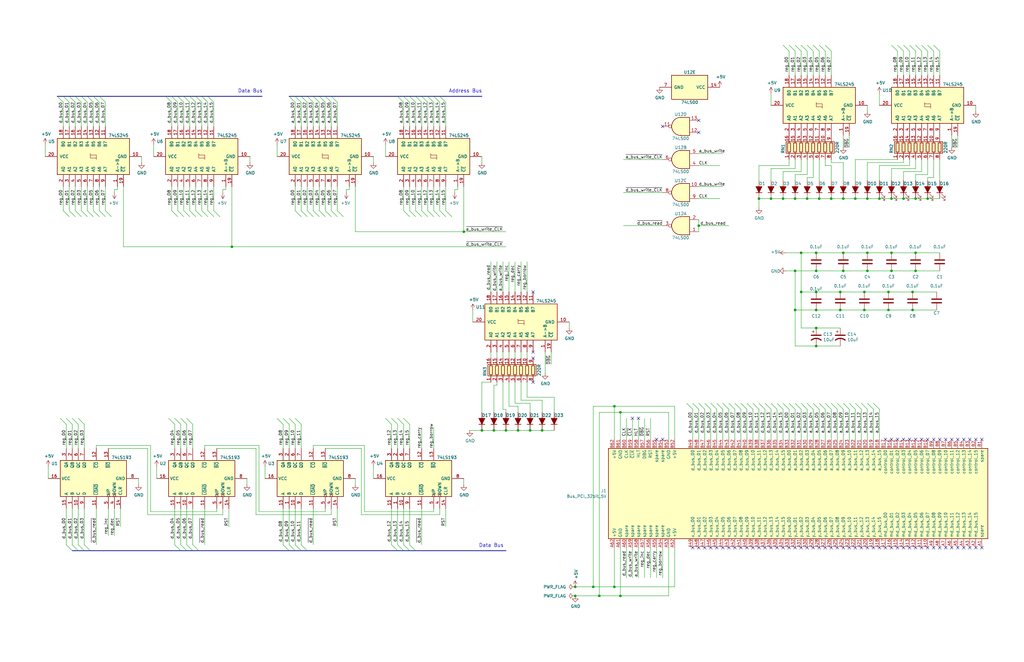
<source format=kicad_sch>
(kicad_sch (version 20211123) (generator eeschema)
  (paper "USLedger")
  (title_block (title "Address Register") (date "2020-04-25") (rev "1.2"))
  (lib_symbols
    (symbol "74xx:74LS00" (pin_names (offset 1.016))
      (property "Reference" "U" (at 0 1.27 0))
      (property "Value" "74LS00" (at 0 -1.27 0))
      (symbol "74LS00_1_1"
        (pin input line (at -7.62 2.54 0) (length 3.81) (name "~") (number "1"))
        (pin input line (at -7.62 -2.54 0) (length 3.81) (name "~") (number "2"))
        (pin output inverted (at 7.62 0 180) (length 3.81) (name "~") (number "3"))
      )
      (symbol "74LS00_1_2"
        (pin input inverted (at -7.62 2.54 0) (length 4.318) (name "~") (number "1"))
        (pin input inverted (at -7.62 -2.54 0) (length 4.318) (name "~") (number "2"))
        (pin output line (at 7.62 0 180) (length 3.81) (name "~") (number "3"))
      )
      (symbol "74LS00_2_1"
        (pin input line (at -7.62 2.54 0) (length 3.81) (name "~") (number "4"))
        (pin input line (at -7.62 -2.54 0) (length 3.81) (name "~") (number "5"))
        (pin output inverted (at 7.62 0 180) (length 3.81) (name "~") (number "6"))
      )
      (symbol "74LS00_2_2"
        (pin input inverted (at -7.62 2.54 0) (length 4.318) (name "~") (number "4"))
        (pin input inverted (at -7.62 -2.54 0) (length 4.318) (name "~") (number "5"))
        (pin output line (at 7.62 0 180) (length 3.81) (name "~") (number "6"))
      )
      (symbol "74LS00_3_1"
        (pin input line (at -7.62 -2.54 0) (length 3.81) (name "~") (number "10"))
        (pin output inverted (at 7.62 0 180) (length 3.81) (name "~") (number "8"))
        (pin input line (at -7.62 2.54 0) (length 3.81) (name "~") (number "9"))
      )
      (symbol "74LS00_3_2"
        (pin input inverted (at -7.62 -2.54 0) (length 4.318) (name "~") (number "10"))
        (pin output line (at 7.62 0 180) (length 3.81) (name "~") (number "8"))
        (pin input inverted (at -7.62 2.54 0) (length 4.318) (name "~") (number "9"))
      )
      (symbol "74LS00_4_1"
        (pin output inverted (at 7.62 0 180) (length 3.81) (name "~") (number "11"))
        (pin input line (at -7.62 2.54 0) (length 3.81) (name "~") (number "12"))
        (pin input line (at -7.62 -2.54 0) (length 3.81) (name "~") (number "13"))
      )
      (symbol "74LS00_4_2"
        (pin output line (at 7.62 0 180) (length 3.81) (name "~") (number "11"))
        (pin input inverted (at -7.62 2.54 0) (length 4.318) (name "~") (number "12"))
        (pin input inverted (at -7.62 -2.54 0) (length 4.318) (name "~") (number "13"))
      )
      (symbol "74LS00_5_0"
        (pin power_in line (at 0 12.7 270) (length 5.08) (name "VCC") (number "14"))
        (pin power_in line (at 0 -12.7 90) (length 5.08) (name "GND") (number "7"))
      )
    )
    (symbol "74xx:74LS193"
      (property "Reference" "U" (at -7.62 13.97 0))
      (property "Value" "74LS193" (at 5.08 13.97 0))
      (symbol "74LS193_1_0"
        (pin input line (at -12.7 7.62 0) (length 5.08) (name "B") (number "1"))
        (pin input line (at -12.7 5.08 0) (length 5.08) (name "C") (number "10"))
        (pin input line (at -12.7 -2.54 0) (length 5.08) (name "~{LOAD}") (number "11"))
        (pin output line (at 12.7 -2.54 180) (length 5.08) (name "~{CO}") (number "12"))
        (pin output line (at 12.7 -7.62 180) (length 5.08) (name "~{BO}") (number "13"))
        (pin input line (at -12.7 -12.7 0) (length 5.08) (name "CLR") (number "14"))
        (pin input line (at -12.7 10.16 0) (length 5.08) (name "A") (number "15"))
        (pin power_in line (at 0 17.78 270) (length 5.08) (name "VCC") (number "16"))
        (pin output line (at 12.7 7.62 180) (length 5.08) (name "QB") (number "2"))
        (pin output line (at 12.7 10.16 180) (length 5.08) (name "QA") (number "3"))
        (pin input clock (at -12.7 -10.16 0) (length 5.08) (name "DOWN") (number "4"))
        (pin input clock (at -12.7 -7.62 0) (length 5.08) (name "UP") (number "5"))
        (pin output line (at 12.7 5.08 180) (length 5.08) (name "QC") (number "6"))
        (pin output line (at 12.7 2.54 180) (length 5.08) (name "QD") (number "7"))
        (pin power_in line (at 0 -20.32 90) (length 5.08) (name "GND") (number "8"))
        (pin input line (at -12.7 2.54 0) (length 5.08) (name "D") (number "9"))
      )
    )
    (symbol "Device:C" (pin_numbers hide) (pin_names (offset 0.254))
      (property "Reference" "C" (at 0.635 2.54 0))
      (property "Value" "C" (at 0.635 -2.54 0))
      (symbol "C_1_1"
        (pin passive line (at 0 3.81 270) (length 2.794) (name "~") (number "1"))
        (pin passive line (at 0 -3.81 90) (length 2.794) (name "~") (number "2"))
      )
    )
    (symbol "Device:CP1" (pin_numbers hide) (pin_names (offset 0.254) hide)
      (property "Reference" "C" (at 0.635 2.54 0))
      (property "Value" "Device_CP1" (at 0.635 -2.54 0))
      (symbol "CP1_1_1"
        (pin passive line (at 0 3.81 270) (length 2.794) (name "~") (number "1"))
        (pin passive line (at 0 -3.81 90) (length 3.302) (name "~") (number "2"))
      )
    )
    (symbol "Device:D_ALT" (pin_numbers hide) (pin_names (offset 1.016) hide)
      (property "Reference" "D" (at 0 2.54 0))
      (property "Value" "Device_D_ALT" (at 0 -2.54 0))
      (symbol "D_ALT_1_1"
        (pin passive line (at -3.81 0 0) (length 2.54) (name "K") (number "1"))
        (pin passive line (at 3.81 0 180) (length 2.54) (name "A") (number "2"))
      )
    )
    (symbol "Device:LED_ALT" (pin_numbers hide) (pin_names (offset 1.016) hide)
      (property "Reference" "D" (at 0 2.54 0))
      (property "Value" "Device_LED_ALT" (at 0 -2.54 0))
      (symbol "LED_ALT_1_1"
        (pin passive line (at -3.81 0 0) (length 2.54) (name "K") (number "1"))
        (pin passive line (at 3.81 0 180) (length 2.54) (name "A") (number "2"))
      )
    )
    (symbol "Device:R_Pack08" (pin_names (offset 0) hide)
      (property "Reference" "RN" (at -12.7 0 90))
      (property "Value" "R_Pack08" (at 10.16 0 90))
      (symbol "R_Pack08_1_1"
        (pin passive line (at -10.16 -5.08 90) (length 2.54) (name "R1.1") (number "1"))
        (pin passive line (at 5.08 5.08 270) (length 2.54) (name "R7.2") (number "10"))
        (pin passive line (at 2.54 5.08 270) (length 2.54) (name "R6.2") (number "11"))
        (pin passive line (at 0 5.08 270) (length 2.54) (name "R5.2") (number "12"))
        (pin passive line (at -2.54 5.08 270) (length 2.54) (name "R4.2") (number "13"))
        (pin passive line (at -5.08 5.08 270) (length 2.54) (name "R3.2") (number "14"))
        (pin passive line (at -7.62 5.08 270) (length 2.54) (name "R2.2") (number "15"))
        (pin passive line (at -10.16 5.08 270) (length 2.54) (name "R1.2") (number "16"))
        (pin passive line (at -7.62 -5.08 90) (length 2.54) (name "R2.1") (number "2"))
        (pin passive line (at -5.08 -5.08 90) (length 2.54) (name "R3.1") (number "3"))
        (pin passive line (at -2.54 -5.08 90) (length 2.54) (name "R4.1") (number "4"))
        (pin passive line (at 0 -5.08 90) (length 2.54) (name "R5.1") (number "5"))
        (pin passive line (at 2.54 -5.08 90) (length 2.54) (name "R6.1") (number "6"))
        (pin passive line (at 5.08 -5.08 90) (length 2.54) (name "R7.1") (number "7"))
        (pin passive line (at 7.62 -5.08 90) (length 2.54) (name "R8.1") (number "8"))
        (pin passive line (at 7.62 5.08 270) (length 2.54) (name "R8.2") (number "9"))
      )
    )
    (symbol "cpu_custom_symbols:74LS245_BiDirection" (pin_names (offset 1.016))
      (property "Reference" "U" (at -7.62 16.51 0))
      (property "Value" "74LS245_BiDirection" (at -7.62 -16.51 0))
      (symbol "74LS245_BiDirection_1_0"
        (pin input line (at -12.7 -10.16 0) (length 5.08) (name "A->B") (number "1"))
        (pin power_in line (at 0 -20.32 90) (length 5.08) (name "GND") (number "10"))
        (pin bidirectional line (at 12.7 -5.08 180) (length 5.08) (name "B7") (number "11"))
        (pin bidirectional line (at 12.7 -2.54 180) (length 5.08) (name "B6") (number "12"))
        (pin bidirectional line (at 12.7 0 180) (length 5.08) (name "B5") (number "13"))
        (pin bidirectional line (at 12.7 2.54 180) (length 5.08) (name "B4") (number "14"))
        (pin bidirectional line (at 12.7 5.08 180) (length 5.08) (name "B3") (number "15"))
        (pin bidirectional line (at 12.7 7.62 180) (length 5.08) (name "B2") (number "16"))
        (pin bidirectional line (at 12.7 10.16 180) (length 5.08) (name "B1") (number "17"))
        (pin bidirectional line (at 12.7 12.7 180) (length 5.08) (name "B0") (number "18"))
        (pin input line (at -12.7 -12.7 0) (length 5.08) (name "~{CE}") (number "19"))
        (pin bidirectional line (at -12.7 12.7 0) (length 5.08) (name "A0") (number "2"))
        (pin power_in line (at 0 20.32 270) (length 5.08) (name "VCC") (number "20"))
        (pin bidirectional line (at -12.7 10.16 0) (length 5.08) (name "A1") (number "3"))
        (pin bidirectional line (at -12.7 7.62 0) (length 5.08) (name "A2") (number "4"))
        (pin bidirectional line (at -12.7 5.08 0) (length 5.08) (name "A3") (number "5"))
        (pin bidirectional line (at -12.7 2.54 0) (length 5.08) (name "A4") (number "6"))
        (pin bidirectional line (at -12.7 0 0) (length 5.08) (name "A5") (number "7"))
        (pin bidirectional line (at -12.7 -2.54 0) (length 5.08) (name "A6") (number "8"))
        (pin bidirectional line (at -12.7 -5.08 0) (length 5.08) (name "A7") (number "9"))
      )
    )
    (symbol "cpu_custom_symbols:Bus_PCI_32bit_5V"
      (property "Reference" "J" (at 0 80.01 0))
      (property "Value" "Bus_PCI_32bit_5V" (at 0 -82.55 0))
      (symbol "Bus_PCI_32bit_5V_1_1"
        (pin passive line (at 22.86 76.2 180) (length 3.81) (name "spare") (number "A1"))
        (pin passive line (at 22.86 53.34 180) (length 3.81) (name "md_bus_07") (number "A10"))
        (pin passive line (at 22.86 50.8 180) (length 3.81) (name "md_bus_06") (number "A11"))
        (pin passive line (at 22.86 48.26 180) (length 3.81) (name "md_bus_05") (number "A12"))
        (pin passive line (at 22.86 45.72 180) (length 3.81) (name "md_bus_04") (number "A13"))
        (pin passive line (at 22.86 43.18 180) (length 3.81) (name "md_bus_03") (number "A14"))
        (pin passive line (at 22.86 40.64 180) (length 3.81) (name "md_bus_02") (number "A15"))
        (pin passive line (at 22.86 38.1 180) (length 3.81) (name "md_bus_01") (number "A16"))
        (pin passive line (at 22.86 35.56 180) (length 3.81) (name "md_bus_00") (number "A17"))
        (pin passive line (at 22.86 33.02 180) (length 3.81) (name "y_bus_15") (number "A18"))
        (pin passive line (at 22.86 30.48 180) (length 3.81) (name "y_bus_14") (number "A19"))
        (pin passive line (at 22.86 73.66 180) (length 3.81) (name "md_bus_15") (number "A2"))
        (pin passive line (at 22.86 27.94 180) (length 3.81) (name "y_bus_13") (number "A20"))
        (pin passive line (at 22.86 25.4 180) (length 3.81) (name "y_bus_12") (number "A21"))
        (pin passive line (at 22.86 22.86 180) (length 3.81) (name "y_bus_11") (number "A22"))
        (pin passive line (at 22.86 20.32 180) (length 3.81) (name "y_bus_10") (number "A23"))
        (pin passive line (at 22.86 17.78 180) (length 3.81) (name "y_bus_09") (number "A24"))
        (pin passive line (at 22.86 15.24 180) (length 3.81) (name "y_bus_08") (number "A25"))
        (pin passive line (at 22.86 12.7 180) (length 3.81) (name "y_bus_07") (number "A26"))
        (pin passive line (at 22.86 10.16 180) (length 3.81) (name "y_bus_06") (number "A27"))
        (pin passive line (at 22.86 7.62 180) (length 3.81) (name "y_bus_05") (number "A28"))
        (pin passive line (at 22.86 5.08 180) (length 3.81) (name "y_bus_04") (number "A29"))
        (pin passive line (at 22.86 71.12 180) (length 3.81) (name "md_bus_14") (number "A3"))
        (pin passive line (at 22.86 2.54 180) (length 3.81) (name "y_bus_03") (number "A30"))
        (pin passive line (at 22.86 0 180) (length 3.81) (name "y_bus_02") (number "A31"))
        (pin passive line (at 22.86 -2.54 180) (length 3.81) (name "y_bus_01") (number "A32"))
        (pin passive line (at 22.86 -5.08 180) (length 3.81) (name "y_bus_00") (number "A33"))
        (pin passive line (at 22.86 -7.62 180) (length 3.81) (name "x_bus_15") (number "A34"))
        (pin passive line (at 22.86 -10.16 180) (length 3.81) (name "x_bus_14") (number "A35"))
        (pin passive line (at 22.86 -12.7 180) (length 3.81) (name "x_bus_13") (number "A36"))
        (pin passive line (at 22.86 -15.24 180) (length 3.81) (name "x_bus_12") (number "A37"))
        (pin passive line (at 22.86 -17.78 180) (length 3.81) (name "x_bus_11") (number "A38"))
        (pin passive line (at 22.86 -20.32 180) (length 3.81) (name "x_bus_10") (number "A39"))
        (pin passive line (at 22.86 68.58 180) (length 3.81) (name "md_bus_13") (number "A4"))
        (pin passive line (at 22.86 -22.86 180) (length 3.81) (name "x_bus_09") (number "A40"))
        (pin passive line (at 22.86 -25.4 180) (length 3.81) (name "x_bus_08") (number "A41"))
        (pin passive line (at 22.86 -27.94 180) (length 3.81) (name "x_bus_07") (number "A42"))
        (pin passive line (at 22.86 -30.48 180) (length 3.81) (name "x_bus_06") (number "A43"))
        (pin passive line (at 22.86 -33.02 180) (length 3.81) (name "x_bus_05") (number "A44"))
        (pin passive line (at 22.86 -35.56 180) (length 3.81) (name "x_bus_04") (number "A45"))
        (pin passive line (at 22.86 -38.1 180) (length 3.81) (name "x_bus_03") (number "A46"))
        (pin passive line (at 22.86 -40.64 180) (length 3.81) (name "x_bus_02") (number "A47"))
        (pin passive line (at 22.86 -43.18 180) (length 3.81) (name "x_bus_01") (number "A48"))
        (pin passive line (at 22.86 -45.72 180) (length 3.81) (name "x_bus_00") (number "A49"))
        (pin passive line (at 22.86 66.04 180) (length 3.81) (name "md_bus_12") (number "A5"))
        (pin passive line (at 22.86 -53.34 180) (length 3.81) (name "+5V") (number "A52"))
        (pin passive line (at 22.86 -55.88 180) (length 3.81) (name "GND") (number "A53"))
        (pin passive line (at 22.86 -58.42 180) (length 3.81) (name "spare") (number "A54"))
        (pin passive line (at 22.86 -60.96 180) (length 3.81) (name "spare") (number "A55"))
        (pin passive line (at 22.86 -63.5 180) (length 3.81) (name "spare") (number "A56"))
        (pin passive line (at 22.86 -66.04 180) (length 3.81) (name "spare") (number "A57"))
        (pin passive line (at 22.86 -68.58 180) (length 3.81) (name "spare") (number "A58"))
        (pin passive line (at 22.86 -71.12 180) (length 3.81) (name "spare") (number "A59"))
        (pin passive line (at 22.86 63.5 180) (length 3.81) (name "md_bus_11") (number "A6"))
        (pin passive line (at 22.86 -73.66 180) (length 3.81) (name "spare") (number "A60"))
        (pin passive line (at 22.86 -76.2 180) (length 3.81) (name "GND") (number "A61"))
        (pin passive line (at 22.86 -78.74 180) (length 3.81) (name "+5V") (number "A62"))
        (pin passive line (at 22.86 60.96 180) (length 3.81) (name "md_bus_10") (number "A7"))
        (pin passive line (at 22.86 58.42 180) (length 3.81) (name "md_bus_09") (number "A8"))
        (pin passive line (at 22.86 55.88 180) (length 3.81) (name "md_bus_08") (number "A9"))
        (pin passive line (at -22.86 76.2 0) (length 3.81) (name "spare") (number "B1"))
        (pin passive line (at -22.86 53.34 0) (length 3.81) (name "control_07") (number "B10"))
        (pin passive line (at -22.86 50.8 0) (length 3.81) (name "control_06") (number "B11"))
        (pin passive line (at -22.86 48.26 0) (length 3.81) (name "control_05") (number "B12"))
        (pin passive line (at -22.86 45.72 0) (length 3.81) (name "control_04") (number "B13"))
        (pin passive line (at -22.86 43.18 0) (length 3.81) (name "control_03") (number "B14"))
        (pin passive line (at -22.86 40.64 0) (length 3.81) (name "control_02") (number "B15"))
        (pin passive line (at -22.86 38.1 0) (length 3.81) (name "control_01") (number "B16"))
        (pin passive line (at -22.86 35.56 0) (length 3.81) (name "control_00") (number "B17"))
        (pin passive line (at -22.86 33.02 0) (length 3.81) (name "a_bus_15") (number "B18"))
        (pin passive line (at -22.86 30.48 0) (length 3.81) (name "a_bus_14") (number "B19"))
        (pin passive line (at -22.86 73.66 0) (length 3.81) (name "control_15") (number "B2"))
        (pin passive line (at -22.86 27.94 0) (length 3.81) (name "a_bus_13") (number "B20"))
        (pin passive line (at -22.86 25.4 0) (length 3.81) (name "a_bus_12") (number "B21"))
        (pin passive line (at -22.86 22.86 0) (length 3.81) (name "a_bus_11") (number "B22"))
        (pin passive line (at -22.86 20.32 0) (length 3.81) (name "a_bus_10") (number "B23"))
        (pin passive line (at -22.86 17.78 0) (length 3.81) (name "a_bus_09") (number "B24"))
        (pin passive line (at -22.86 15.24 0) (length 3.81) (name "a_bus_08") (number "B25"))
        (pin passive line (at -22.86 12.7 0) (length 3.81) (name "a_bus_07") (number "B26"))
        (pin passive line (at -22.86 10.16 0) (length 3.81) (name "a_bus_06") (number "B27"))
        (pin passive line (at -22.86 7.62 0) (length 3.81) (name "a_bus_05") (number "B28"))
        (pin passive line (at -22.86 5.08 0) (length 3.81) (name "a_bus_04") (number "B29"))
        (pin passive line (at -22.86 71.12 0) (length 3.81) (name "control_14") (number "B3"))
        (pin passive line (at -22.86 2.54 0) (length 3.81) (name "a_bus_03") (number "B30"))
        (pin passive line (at -22.86 0 0) (length 3.81) (name "a_bus_02") (number "B31"))
        (pin passive line (at -22.86 -2.54 0) (length 3.81) (name "a_bus_01") (number "B32"))
        (pin passive line (at -22.86 -5.08 0) (length 3.81) (name "a_bus_00") (number "B33"))
        (pin passive line (at -22.86 -7.62 0) (length 3.81) (name "d_bus_15") (number "B34"))
        (pin passive line (at -22.86 -10.16 0) (length 3.81) (name "d_bus_14") (number "B35"))
        (pin passive line (at -22.86 -12.7 0) (length 3.81) (name "d_bus_13") (number "B36"))
        (pin passive line (at -22.86 -15.24 0) (length 3.81) (name "d_bus_12") (number "B37"))
        (pin passive line (at -22.86 -17.78 0) (length 3.81) (name "d_bus_11") (number "B38"))
        (pin passive line (at -22.86 -20.32 0) (length 3.81) (name "d_bus_10") (number "B39"))
        (pin passive line (at -22.86 68.58 0) (length 3.81) (name "control_13") (number "B4"))
        (pin passive line (at -22.86 -22.86 0) (length 3.81) (name "d_bus_09") (number "B40"))
        (pin passive line (at -22.86 -25.4 0) (length 3.81) (name "d_bus_08") (number "B41"))
        (pin passive line (at -22.86 -27.94 0) (length 3.81) (name "d_bus_07") (number "B42"))
        (pin passive line (at -22.86 -30.48 0) (length 3.81) (name "d_bus_06") (number "B43"))
        (pin passive line (at -22.86 -33.02 0) (length 3.81) (name "d_bus_05") (number "B44"))
        (pin passive line (at -22.86 -35.56 0) (length 3.81) (name "d_bus_04") (number "B45"))
        (pin passive line (at -22.86 -38.1 0) (length 3.81) (name "d_bus_03") (number "B46"))
        (pin passive line (at -22.86 -40.64 0) (length 3.81) (name "d_bus_02") (number "B47"))
        (pin passive line (at -22.86 -43.18 0) (length 3.81) (name "d_bus_01") (number "B48"))
        (pin passive line (at -22.86 -45.72 0) (length 3.81) (name "d_bus_00") (number "B49"))
        (pin passive line (at -22.86 66.04 0) (length 3.81) (name "control_12") (number "B5"))
        (pin passive line (at -22.86 -53.34 0) (length 3.81) (name "+5V") (number "B52"))
        (pin passive line (at -22.86 -55.88 0) (length 3.81) (name "GND") (number "B53"))
        (pin passive line (at -22.86 -58.42 0) (length 3.81) (name "spare") (number "B54"))
        (pin passive line (at -22.86 -60.96 0) (length 3.81) (name "spare") (number "B55"))
        (pin passive line (at -22.86 -63.5 0) (length 3.81) (name "RST") (number "B56"))
        (pin passive line (at -22.86 -66.04 0) (length 3.81) (name "DBG") (number "B57"))
        (pin passive line (at -22.86 -68.58 0) (length 3.81) (name "HLT") (number "B58"))
        (pin passive line (at -22.86 -71.12 0) (length 3.81) (name "~{CLK}") (number "B59"))
        (pin passive line (at -22.86 63.5 0) (length 3.81) (name "control_11") (number "B6"))
        (pin passive line (at -22.86 -73.66 0) (length 3.81) (name "CLK") (number "B60"))
        (pin passive line (at -22.86 -76.2 0) (length 3.81) (name "GND") (number "B61"))
        (pin passive line (at -22.86 -78.74 0) (length 3.81) (name "+5V") (number "B62"))
        (pin passive line (at -22.86 60.96 0) (length 3.81) (name "control_10") (number "B7"))
        (pin passive line (at -22.86 58.42 0) (length 3.81) (name "control_09") (number "B8"))
        (pin passive line (at -22.86 55.88 0) (length 3.81) (name "control_08") (number "B9"))
      )
    )
    (symbol "power:+5V" (power) (pin_names (offset 0))
      (property "Value" "+5V" (at 0 3.556 0))
      (symbol "+5V_1_1"
        (pin power_in line (at 0 0 90) (length 0) hide (name "+5V") (number "1"))
      )
    )
    (symbol "power:GND" (power) (pin_names (offset 0))
      (property "Value" "GND" (at 0 -3.81 0))
      (symbol "GND_1_1"
        (pin power_in line (at 0 0 270) (length 0) hide (name "GND") (number "1"))
      )
    )
    (symbol "power:PWR_FLAG" (power) (pin_numbers hide) (pin_names (offset 0) hide)
      (property "Value" "PWR_FLAG" (at 0 3.81 0))
      (symbol "PWR_FLAG_0_0"
        (pin power_out line (at 0 0 90) (length 0) (name "pwr") (number "1"))
      )
    )
  )
  (junction (at 384.81 123.19))
  (junction (at 344.17 106.68))
  (junction (at 375.92 106.68))
  (junction (at 195.58 97.79))
  (junction (at 364.49 130.81))
  (junction (at 330.2 83.82))
  (junction (at 355.6 106.68))
  (junction (at 344.17 123.19))
  (junction (at 340.36 83.82))
  (junction (at 391.16 83.82))
  (junction (at 259.08 247.65))
  (junction (at 360.68 83.82))
  (junction (at 386.08 106.68))
  (junction (at 354.33 130.81))
  (junction (at 386.08 83.82))
  (junction (at 335.28 130.81))
  (junction (at 218.44 181.61))
  (junction (at 252.73 251.46))
  (junction (at 208.28 181.61))
  (junction (at 97.79 104.14))
  (junction (at 365.76 106.68))
  (junction (at 344.17 130.81))
  (junction (at 203.2 181.61))
  (junction (at 375.92 83.82))
  (junction (at 344.17 138.43))
  (junction (at 344.17 114.3))
  (junction (at 261.62 251.46))
  (junction (at 228.6 181.61))
  (junction (at 345.44 83.82))
  (junction (at 325.12 83.82))
  (junction (at 213.36 181.61))
  (junction (at 384.81 130.81))
  (junction (at 320.04 83.82))
  (junction (at 261.62 173.99))
  (junction (at 364.49 123.19))
  (junction (at 337.82 106.68))
  (junction (at 242.57 251.46))
  (junction (at 354.33 123.19))
  (junction (at 355.6 83.82))
  (junction (at 386.08 114.3))
  (junction (at 365.76 83.82))
  (junction (at 370.84 83.82))
  (junction (at 374.65 123.19))
  (junction (at 259.08 171.45))
  (junction (at 335.28 83.82))
  (junction (at 381 83.82))
  (junction (at 344.17 146.05))
  (junction (at 365.76 114.3))
  (junction (at 375.92 114.3))
  (junction (at 223.52 181.61))
  (junction (at 335.28 114.3))
  (junction (at 355.6 114.3))
  (junction (at 242.57 247.65))
  (junction (at 350.52 83.82))
  (junction (at 337.82 123.19))
  (junction (at 250.19 247.65))
  (junction (at 374.65 130.81))
  (junction (at 294.64 95.25))
  (no_connect (at 373.38 231.14))
  (no_connect (at 307.34 231.14))
  (no_connect (at 320.04 231.14))
  (no_connect (at 312.42 231.14))
  (no_connect (at 279.4 53.34))
  (no_connect (at 224.79 148.59))
  (no_connect (at 327.66 231.14))
  (no_connect (at 304.8 231.14))
  (no_connect (at 224.79 151.13))
  (no_connect (at 314.96 231.14))
  (no_connect (at 403.86 231.14))
  (no_connect (at 309.88 231.14))
  (no_connect (at 269.24 176.53))
  (no_connect (at 375.92 231.14))
  (no_connect (at 408.94 185.42))
  (no_connect (at 401.32 185.42))
  (no_connect (at 391.16 231.14))
  (no_connect (at 332.74 231.14))
  (no_connect (at 355.6 231.14))
  (no_connect (at 396.24 185.42))
  (no_connect (at 381 231.14))
  (no_connect (at 279.4 185.42))
  (no_connect (at 317.5 231.14))
  (no_connect (at 276.86 185.42))
  (no_connect (at 368.3 231.14))
  (no_connect (at 294.64 231.14))
  (no_connect (at 386.08 185.42))
  (no_connect (at 386.08 231.14))
  (no_connect (at 224.79 161.29))
  (no_connect (at 403.86 185.42))
  (no_connect (at 340.36 231.14))
  (no_connect (at 398.78 231.14))
  (no_connect (at 297.18 231.14))
  (no_connect (at 342.9 231.14))
  (no_connect (at 224.79 123.19))
  (no_connect (at 401.32 231.14))
  (no_connect (at 398.78 185.42))
  (no_connect (at 347.98 231.14))
  (no_connect (at 378.46 185.42))
  (no_connect (at 375.92 185.42))
  (no_connect (at 353.06 231.14))
  (no_connect (at 383.54 185.42))
  (no_connect (at 393.7 185.42))
  (no_connect (at 411.48 231.14))
  (no_connect (at 414.02 231.14))
  (no_connect (at 411.48 185.42))
  (no_connect (at 322.58 231.14))
  (no_connect (at 414.02 185.42))
  (no_connect (at 299.72 231.14))
  (no_connect (at 302.26 231.14))
  (no_connect (at 383.54 231.14))
  (no_connect (at 388.62 231.14))
  (no_connect (at 337.82 231.14))
  (no_connect (at 358.14 231.14))
  (no_connect (at 381 185.42))
  (no_connect (at 370.84 231.14))
  (no_connect (at 396.24 231.14))
  (no_connect (at 345.44 231.14))
  (no_connect (at 292.1 231.14))
  (no_connect (at 266.7 176.53))
  (no_connect (at 360.68 231.14))
  (no_connect (at 406.4 185.42))
  (no_connect (at 335.28 231.14))
  (no_connect (at 393.7 231.14))
  (no_connect (at 406.4 231.14))
  (no_connect (at 378.46 231.14))
  (no_connect (at 373.38 185.42))
  (no_connect (at 365.76 231.14))
  (no_connect (at 325.12 231.14))
  (no_connect (at 330.2 231.14))
  (no_connect (at 408.94 231.14))
  (no_connect (at 363.22 231.14))
  (no_connect (at 388.62 185.42))
  (no_connect (at 294.64 50.8))
  (no_connect (at 294.64 55.88))
  (no_connect (at 350.52 231.14))
  (no_connect (at 391.16 185.42))
  (wire (pts (xy 157.48 68.58) (xy 157.48 66.04)))
  (wire (pts (xy 223.52 181.61) (xy 228.6 181.61)))
  (wire (pts (xy 365.76 83.82) (xy 370.84 83.82)))
  (wire (pts (xy 330.2 185.42) (xy 330.2 172.72)))
  (wire (pts (xy 309.88 185.42) (xy 309.88 172.72)))
  (wire (pts (xy 327.66 185.42) (xy 327.66 172.72)))
  (wire (pts (xy 281.94 251.46) (xy 281.94 231.14)))
  (wire (pts (xy 354.33 130.81) (xy 364.49 130.81)))
  (wire (pts (xy 207.01 110.49) (xy 207.01 123.19)))
  (wire (pts (xy 48.26 214.63) (xy 48.26 226.06)))
  (wire (pts (xy 165.1 179.07) (xy 162.56 176.53)))
  (wire (pts (xy 20.32 196.85) (xy 20.32 201.93)))
  (wire (pts (xy 72.39 43.18) (xy 69.85 40.64)))
  (wire (pts (xy 74.93 78.74) (xy 74.93 88.9)))
  (wire (pts (xy 381 31.75) (xy 381 21.59)))
  (wire (pts (xy 127 78.74) (xy 127 88.9)))
  (wire (pts (xy 177.8 53.34) (xy 177.8 43.18)))
  (wire (pts (xy 292.1 185.42) (xy 292.1 172.72)))
  (wire (pts (xy 26.67 88.9) (xy 29.21 91.44)))
  (wire (pts (xy 31.75 78.74) (xy 31.75 88.9)))
  (wire (pts (xy 242.57 247.65) (xy 250.19 247.65)))
  (wire (pts (xy 170.18 179.07) (xy 167.64 176.53)))
  (wire (pts (xy 74.93 88.9) (xy 77.47 91.44)))
  (wire (pts (xy 90.17 88.9) (xy 92.71 91.44)))
  (wire (pts (xy 119.38 229.87) (xy 121.92 232.41)))
  (wire (pts (xy 212.09 161.29) (xy 212.09 172.72)))
  (wire (pts (xy 388.62 72.39) (xy 381 72.39)))
  (wire (pts (xy 34.29 53.34) (xy 34.29 43.18)))
  (wire (pts (xy 209.55 110.49) (xy 209.55 123.19)))
  (wire (pts (xy 185.42 78.74) (xy 185.42 88.9)))
  (wire (pts (xy 170.18 88.9) (xy 172.72 91.44)))
  (wire (pts (xy 177.8 88.9) (xy 180.34 91.44)))
  (wire (pts (xy 355.6 68.58) (xy 350.52 68.58)))
  (wire (pts (xy 157.48 196.85) (xy 157.48 201.93)))
  (wire (pts (xy 177.8 189.23) (xy 177.8 180.34)))
  (wire (pts (xy 170.18 189.23) (xy 170.18 179.07)))
  (wire (pts (xy 209.55 148.59) (xy 209.55 151.13)))
  (wire (pts (xy 381 67.31) (xy 381 68.58)))
  (wire (pts (xy 335.28 114.3) (xy 335.28 130.81)))
  (wire (pts (xy 40.64 189.23) (xy 40.64 187.96)))
  (wire (pts (xy 271.78 185.42) (xy 271.78 176.53)))
  (wire (pts (xy 218.44 181.61) (xy 223.52 181.61)))
  (wire (pts (xy 386.08 106.68) (xy 375.92 106.68)))
  (wire (pts (xy 332.74 69.85) (xy 320.04 69.85)))
  (wire (pts (xy 360.68 67.31) (xy 360.68 76.2)))
  (wire (pts (xy 325.12 172.72) (xy 322.58 170.18)))
  (wire (pts (xy 124.46 88.9) (xy 127 91.44)))
  (wire (pts (xy 219.71 148.59) (xy 219.71 151.13)))
  (wire (pts (xy 302.26 185.42) (xy 302.26 172.72)))
  (wire (pts (xy 355.6 76.2) (xy 355.6 68.58)))
  (wire (pts (xy 41.91 53.34) (xy 41.91 43.18)))
  (wire (pts (xy 182.88 43.18) (xy 180.34 40.64)))
  (wire (pts (xy 77.47 53.34) (xy 77.47 43.18)))
  (wire (pts (xy 35.56 179.07) (xy 33.02 176.53)))
  (wire (pts (xy 129.54 78.74) (xy 129.54 88.9)))
  (wire (pts (xy 95.25 80.01) (xy 93.98 80.01)))
  (wire (pts (xy 107.95 189.23) (xy 107.95 217.17)))
  (bus (pts (xy 30.48 232.41) (xy 213.36 232.41)))
  (wire (pts (xy 72.39 53.34) (xy 72.39 43.18)))
  (wire (pts (xy 212.09 148.59) (xy 212.09 151.13)))
  (wire (pts (xy 335.28 130.81) (xy 335.28 146.05)))
  (wire (pts (xy 96.52 214.63) (xy 96.52 222.25)))
  (wire (pts (xy 149.86 201.93) (xy 149.86 204.47)))
  (wire (pts (xy 134.62 88.9) (xy 137.16 91.44)))
  (wire (pts (xy 325.12 71.12) (xy 335.28 71.12)))
  (wire (pts (xy 374.65 123.19) (xy 364.49 123.19)))
  (wire (pts (xy 29.21 78.74) (xy 29.21 88.9)))
  (wire (pts (xy 132.08 214.63) (xy 132.08 229.87)))
  (wire (pts (xy 342.9 31.75) (xy 342.9 21.59)))
  (wire (pts (xy 62.23 189.23) (xy 62.23 217.17)))
  (wire (pts (xy 261.62 251.46) (xy 281.94 251.46)))
  (wire (pts (xy 342.9 74.93) (xy 340.36 74.93)))
  (wire (pts (xy 76.2 189.23) (xy 76.2 179.07)))
  (wire (pts (xy 219.71 168.91) (xy 228.6 168.91)))
  (wire (pts (xy 340.36 185.42) (xy 340.36 172.72)))
  (wire (pts (xy 82.55 43.18) (xy 80.01 40.64)))
  (wire (pts (xy 77.47 78.74) (xy 77.47 88.9)))
  (wire (pts (xy 212.09 172.72) (xy 213.36 172.72)))
  (wire (pts (xy 97.79 78.74) (xy 97.79 104.14)))
  (wire (pts (xy 355.6 172.72) (xy 353.06 170.18)))
  (wire (pts (xy 250.19 171.45) (xy 259.08 171.45)))
  (wire (pts (xy 365.76 114.3) (xy 355.6 114.3)))
  (wire (pts (xy 383.54 67.31) (xy 383.54 69.85)))
  (wire (pts (xy 393.7 31.75) (xy 393.7 21.59)))
  (wire (pts (xy 35.56 229.87) (xy 38.1 232.41)))
  (wire (pts (xy 297.18 172.72) (xy 294.64 170.18)))
  (wire (pts (xy 41.91 88.9) (xy 44.45 91.44)))
  (wire (pts (xy 294.64 95.25) (xy 294.64 97.79)))
  (wire (pts (xy 191.77 80.01) (xy 191.77 81.28)))
  (wire (pts (xy 353.06 172.72) (xy 350.52 170.18)))
  (wire (pts (xy 396.24 21.59) (xy 393.7 19.05)))
  (wire (pts (xy 139.7 217.17) (xy 139.7 214.63)))
  (wire (pts (xy 350.52 172.72) (xy 347.98 170.18)))
  (wire (pts (xy 350.52 31.75) (xy 350.52 21.59)))
  (wire (pts (xy 344.17 138.43) (xy 354.33 138.43)))
  (wire (pts (xy 85.09 53.34) (xy 85.09 43.18)))
  (wire (pts (xy 27.94 214.63) (xy 27.94 229.87)))
  (wire (pts (xy 78.74 214.63) (xy 78.74 229.87)))
  (wire (pts (xy 386.08 83.82) (xy 391.16 83.82)))
  (wire (pts (xy 35.56 189.23) (xy 35.56 179.07)))
  (wire (pts (xy 177.8 78.74) (xy 177.8 88.9)))
  (wire (pts (xy 340.36 74.93) (xy 340.36 76.2)))
  (wire (pts (xy 335.28 21.59) (xy 332.74 19.05)))
  (wire (pts (xy 33.02 189.23) (xy 33.02 179.07)))
  (wire (pts (xy 284.48 185.42) (xy 284.48 171.45)))
  (wire (pts (xy 127 229.87) (xy 129.54 232.41)))
  (wire (pts (xy 337.82 67.31) (xy 337.82 72.39)))
  (wire (pts (xy 259.08 171.45) (xy 259.08 185.42)))
  (wire (pts (xy 134.62 53.34) (xy 134.62 43.18)))
  (wire (pts (xy 182.88 214.63) (xy 182.88 215.9)))
  (wire (pts (xy 149.86 97.79) (xy 195.58 97.79)))
  (wire (pts (xy 29.21 53.34) (xy 29.21 43.18)))
  (wire (pts (xy 137.16 88.9) (xy 139.7 91.44)))
  (wire (pts (xy 172.72 214.63) (xy 172.72 229.87)))
  (wire (pts (xy 31.75 53.34) (xy 31.75 43.18)))
  (wire (pts (xy 139.7 78.74) (xy 139.7 88.9)))
  (wire (pts (xy 132.08 53.34) (xy 132.08 43.18)))
  (wire (pts (xy 208.28 162.56) (xy 208.28 173.99)))
  (wire (pts (xy 259.08 247.65) (xy 259.08 231.14)))
  (wire (pts (xy 167.64 214.63) (xy 167.64 229.87)))
  (wire (pts (xy 213.36 172.72) (xy 213.36 173.99)))
  (wire (pts (xy 312.42 172.72) (xy 309.88 170.18)))
  (wire (pts (xy 31.75 43.18) (xy 29.21 40.64)))
  (wire (pts (xy 304.8 185.42) (xy 304.8 172.72)))
  (wire (pts (xy 388.62 67.31) (xy 388.62 72.39)))
  (wire (pts (xy 335.28 73.66) (xy 335.28 76.2)))
  (wire (pts (xy 355.6 83.82) (xy 360.68 83.82)))
  (wire (pts (xy 44.45 78.74) (xy 44.45 88.9)))
  (wire (pts (xy 284.48 171.45) (xy 259.08 171.45)))
  (wire (pts (xy 109.22 187.96) (xy 109.22 215.9)))
  (wire (pts (xy 378.46 67.31) (xy 360.68 67.31)))
  (wire (pts (xy 350.52 76.2) (xy 350.52 69.85)))
  (wire (pts (xy 134.62 43.18) (xy 132.08 40.64)))
  (wire (pts (xy 264.16 185.42) (xy 264.16 176.53)))
  (wire (pts (xy 34.29 43.18) (xy 31.75 40.64)))
  (wire (pts (xy 294.64 64.77) (xy 304.8 64.77)))
  (wire (pts (xy 44.45 53.34) (xy 44.45 43.18)))
  (wire (pts (xy 335.28 172.72) (xy 332.74 170.18)))
  (wire (pts (xy 33.02 214.63) (xy 33.02 229.87)))
  (wire (pts (xy 167.64 179.07) (xy 165.1 176.53)))
  (wire (pts (xy 162.56 60.96) (xy 162.56 66.04)))
  (wire (pts (xy 175.26 78.74) (xy 175.26 88.9)))
  (wire (pts (xy 80.01 43.18) (xy 77.47 40.64)))
  (wire (pts (xy 172.72 88.9) (xy 175.26 91.44)))
  (wire (pts (xy 63.5 187.96) (xy 63.5 215.9)))
  (wire (pts (xy 335.28 146.05) (xy 344.17 146.05)))
  (wire (pts (xy 222.25 161.29) (xy 222.25 167.64)))
  (wire (pts (xy 347.98 185.42) (xy 347.98 172.72)))
  (wire (pts (xy 332.74 172.72) (xy 330.2 170.18)))
  (wire (pts (xy 391.16 83.82) (xy 396.24 83.82)))
  (wire (pts (xy 274.32 231.14) (xy 274.32 243.84)))
  (wire (pts (xy 274.32 185.42) (xy 274.32 176.53)))
  (wire (pts (xy 26.67 43.18) (xy 24.13 40.64)))
  (wire (pts (xy 48.26 80.01) (xy 48.26 81.28)))
  (wire (pts (xy 262.89 81.28) (xy 279.4 81.28)))
  (wire (pts (xy 142.24 78.74) (xy 142.24 88.9)))
  (wire (pts (xy 281.94 173.99) (xy 261.62 173.99)))
  (wire (pts (xy 180.34 88.9) (xy 182.88 91.44)))
  (wire (pts (xy 391.16 21.59) (xy 388.62 19.05)))
  (wire (pts (xy 266.7 231.14) (xy 266.7 243.84)))
  (wire (pts (xy 365.76 185.42) (xy 365.76 172.72)))
  (wire (pts (xy 345.44 21.59) (xy 342.9 19.05)))
  (wire (pts (xy 350.52 185.42) (xy 350.52 172.72)))
  (wire (pts (xy 203.2 68.58) (xy 203.2 66.04)))
  (wire (pts (xy 360.68 185.42) (xy 360.68 172.72)))
  (wire (pts (xy 85.09 88.9) (xy 87.63 91.44)))
  (wire (pts (xy 182.88 215.9) (xy 153.67 215.9)))
  (wire (pts (xy 185.42 217.17) (xy 185.42 214.63)))
  (wire (pts (xy 309.88 172.72) (xy 307.34 170.18)))
  (wire (pts (xy 344.17 114.3) (xy 335.28 114.3)))
  (wire (pts (xy 73.66 189.23) (xy 73.66 179.07)))
  (wire (pts (xy 330.2 83.82) (xy 335.28 83.82)))
  (wire (pts (xy 26.67 53.34) (xy 26.67 43.18)))
  (wire (pts (xy 91.44 189.23) (xy 107.95 189.23)))
  (wire (pts (xy 368.3 172.72) (xy 365.76 170.18)))
  (wire (pts (xy 19.05 60.96) (xy 19.05 66.04)))
  (wire (pts (xy 187.96 78.74) (xy 187.96 88.9)))
  (wire (pts (xy 175.26 88.9) (xy 177.8 91.44)))
  (wire (pts (xy 383.54 31.75) (xy 383.54 21.59)))
  (wire (pts (xy 187.96 214.63) (xy 187.96 222.25)))
  (wire (pts (xy 213.36 104.14) (xy 97.79 104.14)))
  (wire (pts (xy 185.42 43.18) (xy 182.88 40.64)))
  (wire (pts (xy 78.74 179.07) (xy 76.2 176.53)))
  (wire (pts (xy 81.28 179.07) (xy 78.74 176.53)))
  (wire (pts (xy 303.53 83.82) (xy 294.64 83.82)))
  (wire (pts (xy 124.46 53.34) (xy 124.46 43.18)))
  (wire (pts (xy 391.16 74.93) (xy 391.16 76.2)))
  (wire (pts (xy 218.44 171.45) (xy 218.44 173.99)))
  (wire (pts (xy 137.16 189.23) (xy 152.4 189.23)))
  (wire (pts (xy 170.18 78.74) (xy 170.18 88.9)))
  (wire (pts (xy 30.48 229.87) (xy 33.02 232.41)))
  (wire (pts (xy 195.58 97.79) (xy 213.36 97.79)))
  (wire (pts (xy 127 179.07) (xy 124.46 176.53)))
  (wire (pts (xy 87.63 53.34) (xy 87.63 43.18)))
  (wire (pts (xy 26.67 78.74) (xy 26.67 88.9)))
  (wire (pts (xy 90.17 43.18) (xy 87.63 40.64)))
  (wire (pts (xy 317.5 172.72) (xy 314.96 170.18)))
  (wire (pts (xy 340.36 73.66) (xy 340.36 67.31)))
  (wire (pts (xy 375.92 71.12) (xy 375.92 76.2)))
  (wire (pts (xy 193.04 78.74) (xy 193.04 80.01)))
  (wire (pts (xy 381 83.82) (xy 386.08 83.82)))
  (wire (pts (xy 360.68 172.72) (xy 358.14 170.18)))
  (wire (pts (xy 137.16 78.74) (xy 137.16 88.9)))
  (wire (pts (xy 172.72 43.18) (xy 170.18 40.64)))
  (wire (pts (xy 35.56 214.63) (xy 35.56 229.87)))
  (wire (pts (xy 74.93 43.18) (xy 72.39 40.64)))
  (wire (pts (xy 36.83 53.34) (xy 36.83 43.18)))
  (wire (pts (xy 182.88 78.74) (xy 182.88 88.9)))
  (wire (pts (xy 72.39 78.74) (xy 72.39 88.9)))
  (wire (pts (xy 350.52 83.82) (xy 355.6 83.82)))
  (wire (pts (xy 320.04 83.82) (xy 320.04 87.63)))
  (wire (pts (xy 187.96 43.18) (xy 185.42 40.64)))
  (wire (pts (xy 41.91 78.74) (xy 41.91 88.9)))
  (wire (pts (xy 383.54 69.85) (xy 370.84 69.85)))
  (wire (pts (xy 384.81 123.19) (xy 374.65 123.19)))
  (wire (pts (xy 411.48 44.45) (xy 411.48 46.99)))
  (wire (pts (xy 121.92 179.07) (xy 119.38 176.53)))
  (wire (pts (xy 358.14 172.72) (xy 355.6 170.18)))
  (wire (pts (xy 40.64 214.63) (xy 40.64 229.87)))
  (wire (pts (xy 393.7 67.31) (xy 393.7 74.93)))
  (wire (pts (xy 302.26 172.72) (xy 299.72 170.18)))
  (wire (pts (xy 132.08 78.74) (xy 132.08 88.9)))
  (wire (pts (xy 127 214.63) (xy 127 229.87)))
  (wire (pts (xy 340.36 83.82) (xy 345.44 83.82)))
  (wire (pts (xy 73.66 214.63) (xy 73.66 229.87)))
  (wire (pts (xy 381 21.59) (xy 378.46 19.05)))
  (wire (pts (xy 294.64 185.42) (xy 294.64 172.72)))
  (wire (pts (xy 320.04 69.85) (xy 320.04 76.2)))
  (wire (pts (xy 39.37 53.34) (xy 39.37 43.18)))
  (wire (pts (xy 33.02 229.87) (xy 35.56 232.41)))
  (wire (pts (xy 127 43.18) (xy 124.46 40.64)))
  (wire (pts (xy 195.58 78.74) (xy 195.58 97.79)))
  (wire (pts (xy 347.98 31.75) (xy 347.98 21.59)))
  (wire (pts (xy 142.24 88.9) (xy 144.78 91.44)))
  (wire (pts (xy 87.63 88.9) (xy 90.17 91.44)))
  (wire (pts (xy 182.88 53.34) (xy 182.88 43.18)))
  (wire (pts (xy 365.76 172.72) (xy 363.22 170.18)))
  (wire (pts (xy 381 68.58) (xy 365.76 68.58)))
  (wire (pts (xy 337.82 138.43) (xy 344.17 138.43)))
  (wire (pts (xy 358.14 185.42) (xy 358.14 172.72)))
  (wire (pts (xy 262.89 95.25) (xy 279.4 95.25)))
  (wire (pts (xy 44.45 43.18) (xy 41.91 40.64)))
  (wire (pts (xy 342.9 67.31) (xy 342.9 74.93)))
  (wire (pts (xy 39.37 88.9) (xy 41.91 91.44)))
  (wire (pts (xy 132.08 43.18) (xy 129.54 40.64)))
  (wire (pts (xy 240.03 135.89) (xy 240.03 138.43)))
  (wire (pts (xy 393.7 21.59) (xy 391.16 19.05)))
  (wire (pts (xy 82.55 53.34) (xy 82.55 43.18)))
  (wire (pts (xy 252.73 173.99) (xy 252.73 251.46)))
  (wire (pts (xy 327.66 172.72) (xy 325.12 170.18)))
  (wire (pts (xy 63.5 215.9) (xy 91.44 215.9)))
  (wire (pts (xy 355.6 114.3) (xy 344.17 114.3)))
  (wire (pts (xy 121.92 214.63) (xy 121.92 229.87)))
  (wire (pts (xy 62.23 217.17) (xy 93.98 217.17)))
  (wire (pts (xy 222.25 110.49) (xy 222.25 123.19)))
  (wire (pts (xy 365.76 44.45) (xy 365.76 46.99)))
  (wire (pts (xy 203.2 161.29) (xy 203.2 173.99)))
  (wire (pts (xy 105.41 68.58) (xy 105.41 66.04)))
  (wire (pts (xy 325.12 39.37) (xy 325.12 44.45)))
  (wire (pts (xy 214.63 110.49) (xy 214.63 123.19)))
  (wire (pts (xy 137.16 53.34) (xy 137.16 43.18)))
  (wire (pts (xy 223.52 170.18) (xy 223.52 173.99)))
  (wire (pts (xy 172.72 179.07) (xy 170.18 176.53)))
  (wire (pts (xy 142.24 43.18) (xy 139.7 40.64)))
  (wire (pts (xy 149.86 78.74) (xy 149.86 97.79)))
  (wire (pts (xy 370.84 83.82) (xy 375.92 83.82)))
  (wire (pts (xy 355.6 106.68) (xy 344.17 106.68)))
  (wire (pts (xy 77.47 88.9) (xy 80.01 91.44)))
  (wire (pts (xy 203.2 181.61) (xy 208.28 181.61)))
  (wire (pts (xy 153.67 215.9) (xy 153.67 187.96)))
  (wire (pts (xy 388.62 21.59) (xy 386.08 19.05)))
  (wire (pts (xy 165.1 214.63) (xy 165.1 229.87)))
  (wire (pts (xy 214.63 171.45) (xy 218.44 171.45)))
  (wire (pts (xy 342.9 172.72) (xy 340.36 170.18)))
  (wire (pts (xy 86.36 189.23) (xy 86.36 187.96)))
  (wire (pts (xy 73.66 229.87) (xy 76.2 232.41)))
  (wire (pts (xy 261.62 231.14) (xy 261.62 251.46)))
  (wire (pts (xy 165.1 229.87) (xy 167.64 232.41)))
  (wire (pts (xy 58.42 201.93) (xy 58.42 204.47)))
  (wire (pts (xy 187.96 88.9) (xy 190.5 91.44)))
  (wire (pts (xy 209.55 161.29) (xy 209.55 162.56)))
  (wire (pts (xy 250.19 247.65) (xy 250.19 171.45)))
  (wire (pts (xy 139.7 43.18) (xy 137.16 40.64)))
  (wire (pts (xy 170.18 43.18) (xy 167.64 40.64)))
  (wire (pts (xy 104.14 201.93) (xy 104.14 204.47)))
  (wire (pts (xy 33.02 179.07) (xy 30.48 176.53)))
  (wire (pts (xy 214.63 161.29) (xy 214.63 171.45)))
  (wire (pts (xy 345.44 172.72) (xy 342.9 170.18)))
  (wire (pts (xy 153.67 187.96) (xy 132.08 187.96)))
  (wire (pts (xy 337.82 185.42) (xy 337.82 172.72)))
  (wire (pts (xy 307.34 172.72) (xy 304.8 170.18)))
  (wire (pts (xy 330.2 172.72) (xy 327.66 170.18)))
  (wire (pts (xy 80.01 53.34) (xy 80.01 43.18)))
  (wire (pts (xy 335.28 130.81) (xy 344.17 130.81)))
  (wire (pts (xy 304.8 172.72) (xy 302.26 170.18)))
  (wire (pts (xy 271.78 231.14) (xy 271.78 243.84)))
  (wire (pts (xy 340.36 172.72) (xy 337.82 170.18)))
  (wire (pts (xy 152.4 217.17) (xy 185.42 217.17)))
  (wire (pts (xy 81.28 189.23) (xy 81.28 179.07)))
  (wire (pts (xy 363.22 172.72) (xy 360.68 170.18)))
  (wire (pts (xy 111.76 196.85) (xy 111.76 201.93)))
  (wire (pts (xy 185.42 53.34) (xy 185.42 43.18)))
  (wire (pts (xy 198.12 181.61) (xy 203.2 181.61)))
  (wire (pts (xy 132.08 187.96) (xy 132.08 189.23)))
  (wire (pts (xy 77.47 43.18) (xy 74.93 40.64)))
  (bus (pts (xy 121.92 40.64) (xy 203.2 40.64)))
  (wire (pts (xy 281.94 185.42) (xy 281.94 173.99)))
  (wire (pts (xy 370.84 39.37) (xy 370.84 44.45)))
  (wire (pts (xy 364.49 130.81) (xy 374.65 130.81)))
  (wire (pts (xy 82.55 88.9) (xy 85.09 91.44)))
  (wire (pts (xy 52.07 78.74) (xy 52.07 104.14)))
  (wire (pts (xy 121.92 189.23) (xy 121.92 179.07)))
  (wire (pts (xy 332.74 67.31) (xy 332.74 69.85)))
  (wire (pts (xy 209.55 162.56) (xy 208.28 162.56)))
  (wire (pts (xy 320.04 83.82) (xy 325.12 83.82)))
  (wire (pts (xy 261.62 185.42) (xy 261.62 173.99)))
  (wire (pts (xy 86.36 187.96) (xy 109.22 187.96)))
  (wire (pts (xy 266.7 185.42) (xy 266.7 176.53)))
  (wire (pts (xy 386.08 67.31) (xy 386.08 71.12)))
  (wire (pts (xy 45.72 189.23) (xy 62.23 189.23)))
  (wire (pts (xy 93.98 217.17) (xy 93.98 214.63)))
  (wire (pts (xy 375.92 114.3) (xy 365.76 114.3)))
  (wire (pts (xy 297.18 185.42) (xy 297.18 172.72)))
  (wire (pts (xy 342.9 21.59) (xy 340.36 19.05)))
  (wire (pts (xy 401.32 62.23) (xy 401.32 57.15)))
  (wire (pts (xy 320.04 185.42) (xy 320.04 172.72)))
  (wire (pts (xy 232.41 148.59) (xy 232.41 153.67)))
  (wire (pts (xy 109.22 215.9) (xy 137.16 215.9)))
  (wire (pts (xy 59.69 68.58) (xy 59.69 66.04)))
  (wire (pts (xy 344.17 146.05) (xy 354.33 146.05)))
  (wire (pts (xy 217.17 148.59) (xy 217.17 151.13)))
  (wire (pts (xy 31.75 88.9) (xy 34.29 91.44)))
  (wire (pts (xy 172.72 229.87) (xy 175.26 232.41)))
  (wire (pts (xy 182.88 88.9) (xy 185.42 91.44)))
  (wire (pts (xy 129.54 88.9) (xy 132.08 91.44)))
  (wire (pts (xy 386.08 31.75) (xy 386.08 21.59)))
  (wire (pts (xy 303.53 69.85) (xy 294.64 69.85)))
  (wire (pts (xy 34.29 78.74) (xy 34.29 88.9)))
  (wire (pts (xy 124.46 78.74) (xy 124.46 88.9)))
  (wire (pts (xy 76.2 179.07) (xy 73.66 176.53)))
  (wire (pts (xy 193.04 80.01) (xy 191.77 80.01)))
  (wire (pts (xy 127 189.23) (xy 127 179.07)))
  (wire (pts (xy 330.2 72.39) (xy 330.2 76.2)))
  (wire (pts (xy 90.17 53.34) (xy 90.17 43.18)))
  (wire (pts (xy 74.93 53.34) (xy 74.93 43.18)))
  (wire (pts (xy 119.38 189.23) (xy 119.38 179.07)))
  (wire (pts (xy 378.46 31.75) (xy 378.46 21.59)))
  (wire (pts (xy 307.34 95.25) (xy 294.64 95.25)))
  (wire (pts (xy 72.39 88.9) (xy 74.93 91.44)))
  (wire (pts (xy 269.24 231.14) (xy 269.24 243.84)))
  (wire (pts (xy 294.64 172.72) (xy 292.1 170.18)))
  (wire (pts (xy 132.08 88.9) (xy 134.62 91.44)))
  (wire (pts (xy 87.63 43.18) (xy 85.09 40.64)))
  (wire (pts (xy 242.57 251.46) (xy 252.73 251.46)))
  (wire (pts (xy 294.64 78.74) (xy 304.8 78.74)))
  (wire (pts (xy 29.21 88.9) (xy 31.75 91.44)))
  (wire (pts (xy 142.24 53.34) (xy 142.24 43.18)))
  (wire (pts (xy 347.98 172.72) (xy 345.44 170.18)))
  (wire (pts (xy 314.96 185.42) (xy 314.96 172.72)))
  (wire (pts (xy 269.24 185.42) (xy 269.24 176.53)))
  (wire (pts (xy 217.17 170.18) (xy 223.52 170.18)))
  (wire (pts (xy 222.25 148.59) (xy 222.25 151.13)))
  (wire (pts (xy 393.7 74.93) (xy 391.16 74.93)))
  (wire (pts (xy 229.87 157.48) (xy 229.87 148.59)))
  (wire (pts (xy 353.06 185.42) (xy 353.06 172.72)))
  (wire (pts (xy 146.05 80.01) (xy 146.05 81.28)))
  (wire (pts (xy 124.46 214.63) (xy 124.46 229.87)))
  (wire (pts (xy 139.7 88.9) (xy 142.24 91.44)))
  (wire (pts (xy 279.4 231.14) (xy 279.4 243.84)))
  (wire (pts (xy 264.16 231.14) (xy 264.16 243.84)))
  (wire (pts (xy 325.12 83.82) (xy 330.2 83.82)))
  (wire (pts (xy 294.64 95.25) (xy 294.64 92.71)))
  (wire (pts (xy 375.92 83.82) (xy 381 83.82)))
  (wire (pts (xy 127 53.34) (xy 127 43.18)))
  (wire (pts (xy 312.42 185.42) (xy 312.42 172.72)))
  (wire (pts (xy 386.08 114.3) (xy 375.92 114.3)))
  (wire (pts (xy 85.09 43.18) (xy 82.55 40.64)))
  (wire (pts (xy 137.16 43.18) (xy 134.62 40.64)))
  (wire (pts (xy 364.49 123.19) (xy 354.33 123.19)))
  (wire (pts (xy 170.18 53.34) (xy 170.18 43.18)))
  (wire (pts (xy 66.04 196.85) (xy 66.04 201.93)))
  (wire (pts (xy 170.18 214.63) (xy 170.18 229.87)))
  (wire (pts (xy 350.52 69.85) (xy 347.98 69.85)))
  (wire (pts (xy 337.82 172.72) (xy 335.28 170.18)))
  (wire (pts (xy 325.12 185.42) (xy 325.12 172.72)))
  (wire (pts (xy 335.28 114.3) (xy 331.47 114.3)))
  (wire (pts (xy 332.74 185.42) (xy 332.74 172.72)))
  (wire (pts (xy 36.83 88.9) (xy 39.37 91.44)))
  (wire (pts (xy 370.84 69.85) (xy 370.84 76.2)))
  (wire (pts (xy 30.48 179.07) (xy 27.94 176.53)))
  (wire (pts (xy 228.6 168.91) (xy 228.6 173.99)))
  (wire (pts (xy 403.86 57.15) (xy 403.86 62.23)))
  (wire (pts (xy 172.72 53.34) (xy 172.72 43.18)))
  (wire (pts (xy 167.64 189.23) (xy 167.64 179.07)))
  (wire (pts (xy 182.88 189.23) (xy 182.88 180.34)))
  (wire (pts (xy 30.48 214.63) (xy 30.48 229.87)))
  (wire (pts (xy 78.74 229.87) (xy 81.28 232.41)))
  (wire (pts (xy 147.32 80.01) (xy 146.05 80.01)))
  (wire (pts (xy 396.24 31.75) (xy 396.24 21.59)))
  (wire (pts (xy 49.53 80.01) (xy 48.26 80.01)))
  (wire (pts (xy 76.2 229.87) (xy 78.74 232.41)))
  (wire (pts (xy 142.24 214.63) (xy 142.24 222.25)))
  (wire (pts (xy 95.25 78.74) (xy 95.25 80.01)))
  (wire (pts (xy 370.84 185.42) (xy 370.84 172.72)))
  (wire (pts (xy 344.17 123.19) (xy 337.82 123.19)))
  (wire (pts (xy 292.1 172.72) (xy 289.56 170.18)))
  (wire (pts (xy 345.44 31.75) (xy 345.44 21.59)))
  (wire (pts (xy 172.72 78.74) (xy 172.72 88.9)))
  (wire (pts (xy 41.91 43.18) (xy 39.37 40.64)))
  (wire (pts (xy 335.28 185.42) (xy 335.28 172.72)))
  (wire (pts (xy 325.12 76.2) (xy 325.12 71.12)))
  (wire (pts (xy 119.38 214.63) (xy 119.38 229.87)))
  (wire (pts (xy 391.16 73.66) (xy 386.08 73.66)))
  (wire (pts (xy 39.37 78.74) (xy 39.37 88.9)))
  (wire (pts (xy 233.68 167.64) (xy 233.68 173.99)))
  (wire (pts (xy 217.17 161.29) (xy 217.17 170.18)))
  (wire (pts (xy 152.4 189.23) (xy 152.4 217.17)))
  (wire (pts (xy 322.58 185.42) (xy 322.58 172.72)))
  (wire (pts (xy 27.94 179.07) (xy 25.4 176.53)))
  (wire (pts (xy 358.14 57.15) (xy 358.14 62.23)))
  (wire (pts (xy 250.19 247.65) (xy 259.08 247.65)))
  (wire (pts (xy 344.17 106.68) (xy 337.82 106.68)))
  (wire (pts (xy 50.8 214.63) (xy 50.8 222.25)))
  (wire (pts (xy 195.58 201.93) (xy 195.58 204.47)))
  (wire (pts (xy 350.52 21.59) (xy 347.98 19.05)))
  (wire (pts (xy 73.66 179.07) (xy 71.12 176.53)))
  (wire (pts (xy 337.82 21.59) (xy 335.28 19.05)))
  (wire (pts (xy 87.63 78.74) (xy 87.63 88.9)))
  (wire (pts (xy 212.09 110.49) (xy 212.09 123.19)))
  (wire (pts (xy 222.25 167.64) (xy 233.68 167.64)))
  (wire (pts (xy 81.28 214.63) (xy 81.28 229.87)))
  (wire (pts (xy 85.09 78.74) (xy 85.09 88.9)))
  (wire (pts (xy 27.94 189.23) (xy 27.94 179.07)))
  (wire (pts (xy 44.45 88.9) (xy 46.99 91.44)))
  (wire (pts (xy 228.6 181.61) (xy 233.68 181.61)))
  (wire (pts (xy 344.17 130.81) (xy 354.33 130.81)))
  (wire (pts (xy 167.64 229.87) (xy 170.18 232.41)))
  (wire (pts (xy 127 88.9) (xy 129.54 91.44)))
  (wire (pts (xy 207.01 148.59) (xy 207.01 151.13)))
  (wire (pts (xy 386.08 73.66) (xy 386.08 76.2)))
  (wire (pts (xy 332.74 21.59) (xy 330.2 19.05)))
  (wire (pts (xy 368.3 185.42) (xy 368.3 172.72)))
  (wire (pts (xy 40.64 187.96) (xy 63.5 187.96)))
  (wire (pts (xy 340.36 31.75) (xy 340.36 21.59)))
  (wire (pts (xy 39.37 43.18) (xy 36.83 40.64)))
  (wire (pts (xy 199.39 130.81) (xy 199.39 135.89)))
  (wire (pts (xy 180.34 78.74) (xy 180.34 88.9)))
  (wire (pts (xy 388.62 31.75) (xy 388.62 21.59)))
  (wire (pts (xy 180.34 43.18) (xy 177.8 40.64)))
  (wire (pts (xy 396.24 67.31) (xy 396.24 76.2)))
  (wire (pts (xy 284.48 247.65) (xy 284.48 231.14)))
  (wire (pts (xy 365.76 106.68) (xy 355.6 106.68)))
  (wire (pts (xy 134.62 78.74) (xy 134.62 88.9)))
  (wire (pts (xy 386.08 21.59) (xy 383.54 19.05)))
  (wire (pts (xy 116.84 60.96) (xy 116.84 66.04)))
  (wire (pts (xy 208.28 181.61) (xy 213.36 181.61)))
  (wire (pts (xy 345.44 185.42) (xy 345.44 172.72)))
  (wire (pts (xy 124.46 43.18) (xy 121.92 40.64)))
  (wire (pts (xy 137.16 215.9) (xy 137.16 214.63)))
  (wire (pts (xy 214.63 148.59) (xy 214.63 151.13)))
  (wire (pts (xy 396.24 106.68) (xy 386.08 106.68)))
  (wire (pts (xy 335.28 71.12) (xy 335.28 67.31)))
  (wire (pts (xy 219.71 161.29) (xy 219.71 168.91)))
  (wire (pts (xy 119.38 179.07) (xy 116.84 176.53)))
  (wire (pts (xy 36.83 78.74) (xy 36.83 88.9)))
  (wire (pts (xy 391.16 67.31) (xy 391.16 73.66)))
  (wire (pts (xy 129.54 53.34) (xy 129.54 43.18)))
  (wire (pts (xy 337.82 106.68) (xy 331.47 106.68)))
  (wire (pts (xy 345.44 83.82) (xy 350.52 83.82)))
  (wire (pts (xy 36.83 43.18) (xy 34.29 40.64)))
  (wire (pts (xy 276.86 231.14) (xy 276.86 243.84)))
  (wire (pts (xy 49.53 78.74) (xy 49.53 80.01)))
  (wire (pts (xy 172.72 189.23) (xy 172.72 179.07)))
  (wire (pts (xy 91.44 215.9) (xy 91.44 214.63)))
  (wire (pts (xy 391.16 31.75) (xy 391.16 21.59)))
  (wire (pts (xy 342.9 185.42) (xy 342.9 172.72)))
  (wire (pts (xy 217.17 110.49) (xy 217.17 123.19)))
  (wire (pts (xy 45.72 214.63) (xy 45.72 226.06)))
  (wire (pts (xy 219.71 110.49) (xy 219.71 123.19)))
  (wire (pts (xy 78.74 189.23) (xy 78.74 179.07)))
  (wire (pts (xy 34.29 88.9) (xy 36.83 91.44)))
  (bus (pts (xy 24.13 40.64) (xy 110.49 40.64)))
  (wire (pts (xy 124.46 189.23) (xy 124.46 179.07)))
  (wire (pts (xy 86.36 214.63) (xy 86.36 229.87)))
  (wire (pts (xy 320.04 172.72) (xy 317.5 170.18)))
  (wire (pts (xy 365.76 68.58) (xy 365.76 76.2)))
  (wire (pts (xy 337.82 123.19) (xy 337.82 138.43)))
  (wire (pts (xy 64.77 60.96) (xy 64.77 66.04)))
  (wire (pts (xy 354.33 123.19) (xy 344.17 123.19)))
  (wire (pts (xy 381 72.39) (xy 381 76.2)))
  (wire (pts (xy 317.5 185.42) (xy 317.5 172.72)))
  (wire (pts (xy 97.79 104.14) (xy 52.07 104.14)))
  (wire (pts (xy 396.24 114.3) (xy 386.08 114.3)))
  (wire (pts (xy 394.97 123.19) (xy 384.81 123.19)))
  (wire (pts (xy 252.73 251.46) (xy 261.62 251.46)))
  (wire (pts (xy 332.74 31.75) (xy 332.74 21.59)))
  (wire (pts (xy 375.92 106.68) (xy 365.76 106.68)))
  (wire (pts (xy 335.28 31.75) (xy 335.28 21.59)))
  (wire (pts (xy 76.2 214.63) (xy 76.2 229.87)))
  (wire (pts (xy 299.72 185.42) (xy 299.72 172.72)))
  (wire (pts (xy 360.68 83.82) (xy 365.76 83.82)))
  (wire (pts (xy 384.81 130.81) (xy 394.97 130.81)))
  (wire (pts (xy 259.08 247.65) (xy 284.48 247.65)))
  (wire (pts (xy 347.98 21.59) (xy 345.44 19.05)))
  (wire (pts (xy 30.48 189.23) (xy 30.48 179.07)))
  (wire (pts (xy 27.94 229.87) (xy 30.48 232.41)))
  (wire (pts (xy 213.36 181.61) (xy 218.44 181.61)))
  (wire (pts (xy 81.28 229.87) (xy 83.82 232.41)))
  (wire (pts (xy 29.21 43.18) (xy 26.67 40.64)))
  (wire (pts (xy 177.8 43.18) (xy 175.26 40.64)))
  (wire (pts (xy 124.46 229.87) (xy 127 232.41)))
  (wire (pts (xy 383.54 21.59) (xy 381 19.05)))
  (wire (pts (xy 187.96 53.34) (xy 187.96 43.18)))
  (wire (pts (xy 82.55 78.74) (xy 82.55 88.9)))
  (wire (pts (xy 363.22 185.42) (xy 363.22 172.72)))
  (wire (pts (xy 378.46 21.59) (xy 375.92 19.05)))
  (wire (pts (xy 335.28 73.66) (xy 340.36 73.66)))
  (wire (pts (xy 345.44 76.2) (xy 345.44 67.31)))
  (wire (pts (xy 175.26 53.34) (xy 175.26 43.18)))
  (wire (pts (xy 207.01 161.29) (xy 203.2 161.29)))
  (wire (pts (xy 93.98 80.01) (xy 93.98 81.28)))
  (wire (pts (xy 355.6 62.23) (xy 355.6 57.15)))
  (wire (pts (xy 347.98 69.85) (xy 347.98 67.31)))
  (wire (pts (xy 337.82 123.19) (xy 337.82 106.68)))
  (wire (pts (xy 180.34 53.34) (xy 180.34 43.18)))
  (wire (pts (xy 147.32 78.74) (xy 147.32 80.01)))
  (wire (pts (xy 121.92 229.87) (xy 124.46 232.41)))
  (wire (pts (xy 165.1 189.23) (xy 165.1 179.07)))
  (wire (pts (xy 299.72 172.72) (xy 297.18 170.18)))
  (wire (pts (xy 262.89 67.31) (xy 279.4 67.31)))
  (wire (pts (xy 107.95 217.17) (xy 139.7 217.17)))
  (wire (pts (xy 177.8 214.63) (xy 177.8 229.87)))
  (wire (pts (xy 129.54 43.18) (xy 127 40.64)))
  (wire (pts (xy 124.46 179.07) (xy 121.92 176.53)))
  (wire (pts (xy 337.82 31.75) (xy 337.82 21.59)))
  (wire (pts (xy 314.96 172.72) (xy 312.42 170.18)))
  (wire (pts (xy 374.65 130.81) (xy 384.81 130.81)))
  (wire (pts (xy 340.36 21.59) (xy 337.82 19.05)))
  (wire (pts (xy 90.17 78.74) (xy 90.17 88.9)))
  (wire (pts (xy 139.7 53.34) (xy 139.7 43.18)))
  (wire (pts (xy 185.42 88.9) (xy 187.96 91.44)))
  (wire (pts (xy 350.52 68.58) (xy 350.52 67.31)))
  (wire (pts (xy 307.34 185.42) (xy 307.34 172.72)))
  (wire (pts (xy 355.6 185.42) (xy 355.6 172.72)))
  (wire (pts (xy 386.08 71.12) (xy 375.92 71.12)))
  (wire (pts (xy 337.82 72.39) (xy 330.2 72.39)))
  (wire (pts (xy 80.01 88.9) (xy 82.55 91.44)))
  (wire (pts (xy 80.01 78.74) (xy 80.01 88.9)))
  (wire (pts (xy 322.58 172.72) (xy 320.04 170.18)))
  (wire (pts (xy 370.84 172.72) (xy 368.3 170.18)))
  (wire (pts (xy 335.28 83.82) (xy 340.36 83.82)))
  (wire (pts (xy 175.26 43.18) (xy 172.72 40.64)))
  (wire (pts (xy 261.62 173.99) (xy 252.73 173.99)))
  (wire (pts (xy 170.18 229.87) (xy 172.72 232.41)))
  (text "Data Bus" (at 201.93 231.14 0) (effects (font (size 1.4986 1.4986)) (justify left bottom)))
  (text "Data Bus" (at 100.33 39.37 0) (effects (font (size 1.4986 1.4986)) (justify left bottom)))
  (text "Address Bus" (at 189.23 39.37 0) (effects (font (size 1.4986 1.4986)) (justify left bottom)))
  (label "~{d_bus_read}" (at 86.36 218.44 270))
  (label "reg_12" (at 180.34 80.01 270))
  (label "d_bus_14" (at 327.66 182.88 90))
  (label "a_bus_05" (at 345.44 182.88 90))
  (label "reg_08" (at 119.38 187.96 90))
  (label "reg_15" (at 172.72 187.96 90))
  (label "reg_11" (at 177.8 80.01 270))
  (label "reg_10" (at 175.26 80.01 270))
  (label "reg_07" (at 350.52 30.48 90))
  (label "reg_inc" (at 45.72 218.44 270))
  (label "~{a_bus_write_CLK}" (at 279.4 67.31 180))
  (label "~{d_bus_write_CLK}" (at 279.4 81.28 180))
  (label "reg_11" (at 127 187.96 90))
  (label "d_bus_11" (at 127 219.71 270))
  (label "a_bus_11" (at 177.8 52.07 90))
  (label "a_bus_00" (at 124.46 52.07 90))
  (label "a_bus_09" (at 355.6 182.88 90))
  (label "reg_15" (at 187.96 80.01 270))
  (label "~{d_bus_read}" (at 279.4 95.25 180))
  (label "reg_10" (at 124.46 187.96 90))
  (label "d_bus_04" (at 36.83 52.07 90))
  (label "d_bus_07" (at 309.88 182.88 90))
  (label "d_bus_read" (at 264.16 232.41 270))
  (label "d_bus_14" (at 170.18 219.71 270))
  (label "~{d_bus_read}" (at 40.64 218.44 270))
  (label "reg_13" (at 85.09 80.01 270))
  (label "RST" (at 50.8 218.44 270))
  (label "~{a_bus_write_CLK}" (at 212.09 97.79 180))
  (label "reg_05" (at 137.16 80.01 270))
  (label "a_bus_03" (at 340.36 182.88 90))
  (label "d_bus_12" (at 322.58 182.88 90))
  (label "reg_07" (at 142.24 80.01 270))
  (label "reg_08" (at 378.46 30.48 90))
  (label "reg_00" (at 124.46 80.01 270))
  (label "d_bus_14" (at 87.63 52.07 90))
  (label "reg_11" (at 386.08 30.48 90))
  (label "a_bus_06" (at 347.98 182.88 90))
  (label "reg_14" (at 185.42 80.01 270))
  (label "reg_08" (at 170.18 80.01 270))
  (label "reg_12" (at 82.55 80.01 270))
  (label "d_bus_00" (at 292.1 182.88 90))
  (label "reg_06" (at 347.98 30.48 90))
  (label "a_bus_03" (at 132.08 52.07 90))
  (label "d_bus_04" (at 73.66 218.44 270))
  (label "a_bus_02" (at 129.54 52.07 90))
  (label "a_bus_write" (at 294.64 64.77 0))
  (label "a_bus_02" (at 337.82 182.88 90))
  (label "reg_01" (at 335.28 30.48 90))
  (label "d_bus_15" (at 330.2 182.88 90))
  (label "d_bus_08" (at 72.39 52.07 90))
  (label "reg_carry" (at 177.8 189.23 90))
  (label "d_bus_01" (at 29.21 52.07 90))
  (label "reg_03" (at 34.29 80.01 270))
  (label "reg_02" (at 33.02 187.96 90))
  (label "reg_14" (at 393.7 30.48 90))
  (label "reg_13" (at 391.16 30.48 90))
  (label "d_bus_09" (at 121.92 219.71 270))
  (label "reg_12" (at 388.62 30.48 90))
  (label "reg_15" (at 396.24 30.48 90))
  (label "reg_inc" (at 271.78 232.41 270))
  (label "reg_06" (at 139.7 80.01 270))
  (label "reg_07" (at 44.45 80.01 270))
  (label "reg_dec" (at 217.17 111.76 270))
  (label "RST" (at 187.96 218.44 270))
  (label "reg_05" (at 76.2 187.96 90))
  (label "~{DBG}" (at 403.86 58.42 270))
  (label "reg_04" (at 73.66 187.96 90))
  (label "a_bus_12" (at 180.34 52.07 90))
  (label "d_bus_15" (at 90.17 52.07 90))
  (label "reg_05" (at 39.37 80.01 270))
  (label "reg_04" (at 342.9 30.48 90))
  (label "d_bus_06" (at 307.34 182.88 90))
  (label "d_bus_write" (at 266.7 232.41 270))
  (label "d_bus_write" (at 209.55 111.76 270))
  (label "d_bus_11" (at 320.04 182.88 90))
  (label "reg_07" (at 81.28 187.96 90))
  (label "d_bus_08" (at 119.38 219.71 270))
  (label "reg_06" (at 41.91 80.01 270))
  (label "d_bus_12" (at 82.55 52.07 90))
  (label "d_bus_04" (at 302.26 182.88 90))
  (label "d_bus_03" (at 299.72 182.88 90))
  (label "reg_05" (at 345.44 30.48 90))
  (label "CLK" (at 298.45 83.82 180))
  (label "d_bus_08" (at 312.42 182.88 90))
  (label "reg_carry" (at 276.86 232.41 270))
  (label "d_bus_13" (at 325.12 182.88 90))
  (label "d_bus_07" (at 44.45 52.07 90))
  (label "a_bus_01" (at 127 52.07 90))
  (label "d_bus_02" (at 31.75 52.07 90))
  (label "d_bus_15" (at 172.72 219.71 270))
  (label "d_bus_03" (at 34.29 52.07 90))
  (label "RST" (at 96.52 218.44 270))
  (label "d_bus_read" (at 207.01 111.76 270))
  (label "d_bus_00" (at 27.94 218.44 270))
  (label "a_bus_06" (at 139.7 52.07 90))
  (label "reg_02" (at 337.82 30.48 90))
  (label "d_bus_13" (at 167.64 219.71 270))
  (label "CLK" (at 298.45 69.85 180))
  (label "d_bus_read" (at 306.07 95.25 180))
  (label "a_bus_13" (at 365.76 182.88 90))
  (label "d_bus_09" (at 74.93 52.07 90))
  (label "d_bus_10" (at 124.46 219.71 270))
  (label "a_bus_13" (at 182.88 52.07 90))
  (label "reg_inc" (at 214.63 111.76 270))
  (label "reg_10" (at 383.54 30.48 90))
  (label "CLK" (at 264.16 184.15 90))
  (label "d_bus_05" (at 76.2 218.44 270))
  (label "a_bus_11" (at 360.68 182.88 90))
  (label "d_bus_write" (at 294.64 78.74 0))
  (label "d_bus_10" (at 77.47 52.07 90))
  (label "a_bus_08" (at 353.06 182.88 90))
  (label "~{DBG}" (at 271.78 184.15 90))
  (label "a_bus_07" (at 350.52 182.88 90))
  (label "a_bus_14" (at 185.42 52.07 90))
  (label "reg_02" (at 129.54 80.01 270))
  (label "~{CLK}" (at 266.7 184.15 90))
  (label "a_bus_05" (at 137.16 52.07 90))
  (label "d_bus_01" (at 30.48 218.44 270))
  (label "d_bus_03" (at 35.56 218.44 270))
  (label "reg_01" (at 127 80.01 270))
  (label "~{d_bus_read}" (at 177.8 218.44 270))
  (label "reg_borrow" (at 182.88 189.23 90))
  (label "reg_09" (at 381 30.48 90))
  (label "a_bus_12" (at 363.22 182.88 90))
  (label "reg_10" (at 77.47 80.01 270))
  (label "a_bus_15" (at 370.84 182.88 90))
  (label "reg_dec" (at 274.32 232.41 270))
  (label "a_bus_09" (at 172.72 52.07 90))
  (label "d_bus_07" (at 81.28 218.44 270))
  (label "reg_04" (at 36.83 80.01 270))
  (label "reg_09" (at 121.92 187.96 90))
  (label "reg_12" (at 165.1 187.96 90))
  (label "reg_13" (at 167.64 187.96 90))
  (label "reg_13" (at 182.88 80.01 270))
  (label "a_bus_04" (at 134.62 52.07 90))
  (label "reg_15" (at 90.17 80.01 270))
  (label "~{DBG}" (at 358.14 58.42 270))
  (label "reg_01" (at 30.48 187.96 90))
  (label "d_bus_13" (at 85.09 52.07 90))
  (label "d_bus_09" (at 314.96 182.88 90))
  (label "d_bus_02" (at 33.02 218.44 270))
  (label "a_bus_10" (at 358.14 182.88 90))
  (label "reg_00" (at 26.67 80.01 270))
  (label "d_bus_01" (at 294.64 182.88 90))
  (label "HLT" (at 269.24 184.15 90))
  (label "~{d_bus_write_CLK}" (at 212.09 104.14 180))
  (label "reg_03" (at 35.56 187.96 90))
  (label "reg_09" (at 172.72 80.01 270))
  (label "RST" (at 274.32 184.15 90))
  (label "reg_borrow" (at 279.4 232.41 270))
  (label "a_bus_04" (at 342.9 182.88 90))
  (label "RST" (at 142.24 218.44 270))
  (label "reg_carry" (at 219.71 111.76 270))
  (label "d_bus_05" (at 39.37 52.07 90))
  (label "reg_14" (at 87.63 80.01 270))
  (label "a_bus_01" (at 335.28 182.88 90))
  (label "reg_06" (at 78.74 187.96 90))
  (label "a_bus_15" (at 187.96 52.07 90))
  (label "reg_00" (at 27.94 187.96 90))
  (label "reg_02" (at 31.75 80.01 270))
  (label "d_bus_05" (at 304.8 182.88 90))
  (label "a_bus_00" (at 332.74 182.88 90))
  (label "d_bus_10" (at 317.5 182.88 90))
  (label "reg_09" (at 74.93 80.01 270))
  (label "reg_dec" (at 48.26 218.44 270))
  (label "a_bus_08" (at 170.18 52.07 90))
  (label "a_bus_07" (at 142.24 52.07 90))
  (label "reg_08" (at 72.39 80.01 270))
  (label "reg_03" (at 132.08 80.01 270))
  (label "reg_11" (at 80.01 80.01 270))
  (label "a_bus_14" (at 368.3 182.88 90))
  (label "d_bus_12" (at 165.1 219.71 270))
  (label "~{d_bus_read}" (at 132.08 218.44 270))
  (label "reg_03" (at 340.36 30.48 90))
  (label "~{DBG}" (at 232.41 149.86 270))
  (label "a_bus_write" (at 212.09 111.76 270))
  (label "a_bus_write" (at 269.24 232.41 270))
  (label "reg_14" (at 170.18 187.96 90))
  (label "reg_01" (at 29.21 80.01 270))
  (label "d_bus_06" (at 41.91 52.07 90))
  (label "d_bus_11" (at 80.01 52.07 90))
  (label "d_bus_06" (at 78.74 218.44 270))
  (label "reg_borrow" (at 222.25 111.76 270))
  (label "d_bus_02" (at 297.18 182.88 90))
  (label "reg_04" (at 134.62 80.01 270))
  (label "a_bus_10" (at 175.26 52.07 90))
  (label "reg_00" (at 332.74 30.48 90))
  (label "d_bus_00" (at 26.67 52.07 90))
  (symbol (lib_id "74xx:74LS193") (at 38.1 201.93 90) (unit 1)
    (property "Reference" "U1" (at 21.59 195.58 90) (effects (justify right)))
    (property "Value" "74LS193" (at 46.99 193.04 90) (effects (justify right)))
    (property "Footprint" "Package_SO:SOIC-16_3.9x9.9mm_P1.27mm" (effects hide))
    (property "Datasheet" "http://www.ti.com/lit/ds/symlink/sn74ls193.pdf" (effects hide))
    (property "Digikey" "1727-7973-1-ND" (effects hide))
  )
  (symbol (lib_id "power:+5V") (at 48.26 81.28 180) (unit 1)
    (property "Reference" "#PWR06" (effects hide))
    (property "Value" "+5V" (at 47.879 85.6742 0))
  )
  (symbol (lib_id "power:+5V") (at 93.98 81.28 180) (unit 1)
    (property "Reference" "#PWR014" (effects hide))
    (property "Value" "+5V" (at 93.599 85.6742 0))
  )
  (symbol (lib_id "power:GND") (at 59.69 68.58 0) (unit 1)
    (property "Reference" "#PWR09" (effects hide))
    (property "Value" "GND" (at 59.817 72.9742 0))
  )
  (symbol (lib_id "power:GND") (at 105.41 68.58 0) (unit 1)
    (property "Reference" "#PWR017" (effects hide))
    (property "Value" "GND" (at 105.537 72.9742 0))
  )
  (symbol (lib_id "power:+5V") (at 146.05 81.28 180) (unit 1)
    (property "Reference" "#PWR020" (effects hide))
    (property "Value" "+5V" (at 145.669 85.6742 0))
  )
  (symbol (lib_id "power:+5V") (at 191.77 81.28 180) (unit 1)
    (property "Reference" "#PWR025" (effects hide))
    (property "Value" "+5V" (at 191.389 85.6742 0))
  )
  (symbol (lib_id "power:GND") (at 157.48 68.58 0) (unit 1)
    (property "Reference" "#PWR023" (effects hide))
    (property "Value" "GND" (at 157.607 72.9742 0))
  )
  (symbol (lib_id "power:+5V") (at 157.48 196.85 0) (unit 1)
    (property "Reference" "#PWR024" (effects hide))
    (property "Value" "+5V" (at 157.861 192.4558 0))
  )
  (symbol (lib_id "power:GND") (at 203.2 68.58 0) (unit 1)
    (property "Reference" "#PWR027" (effects hide))
    (property "Value" "GND" (at 203.327 72.9742 0))
  )
  (symbol (lib_id "power:GND") (at 58.42 204.47 0) (unit 1)
    (property "Reference" "#PWR07" (effects hide))
    (property "Value" "GND" (at 58.547 208.8642 0))
  )
  (symbol (lib_id "74xx:74LS193") (at 83.82 201.93 90) (unit 1)
    (property "Reference" "U2" (at 67.31 195.58 90) (effects (justify right)))
    (property "Value" "74LS193" (at 92.71 193.04 90) (effects (justify right)))
    (property "Footprint" "Package_SO:SOIC-16_3.9x9.9mm_P1.27mm" (effects hide))
    (property "Datasheet" "http://www.ti.com/lit/ds/symlink/sn74ls193.pdf" (effects hide))
    (property "Digikey" "1727-7973-1-ND" (effects hide))
  )
  (symbol (lib_id "power:GND") (at 104.14 204.47 0) (unit 1)
    (property "Reference" "#PWR015" (effects hide))
    (property "Value" "GND" (at 104.267 208.8642 0))
  )
  (symbol (lib_id "74xx:74LS193") (at 129.54 201.93 90) (unit 1)
    (property "Reference" "U3" (at 113.03 195.58 90) (effects (justify right)))
    (property "Value" "74LS193" (at 138.43 193.04 90) (effects (justify right)))
    (property "Footprint" "Package_SO:SOIC-16_3.9x9.9mm_P1.27mm" (effects hide))
    (property "Datasheet" "http://www.ti.com/lit/ds/symlink/sn74ls193.pdf" (effects hide))
    (property "Digikey" "1727-7973-1-ND" (effects hide))
  )
  (symbol (lib_id "power:GND") (at 149.86 204.47 0) (unit 1)
    (property "Reference" "#PWR021" (effects hide))
    (property "Value" "GND" (at 149.987 208.8642 0))
  )
  (symbol (lib_id "74xx:74LS193") (at 175.26 201.93 90) (unit 1)
    (property "Reference" "U4" (at 158.75 195.58 90) (effects (justify right)))
    (property "Value" "74LS193" (at 184.15 193.04 90) (effects (justify right)))
    (property "Footprint" "Package_SO:SOIC-16_3.9x9.9mm_P1.27mm" (effects hide))
    (property "Datasheet" "http://www.ti.com/lit/ds/symlink/sn74ls193.pdf" (effects hide))
    (property "Digikey" "1727-7973-1-ND" (effects hide))
  )
  (symbol (lib_id "power:GND") (at 195.58 204.47 0) (unit 1)
    (property "Reference" "#PWR026" (effects hide))
    (property "Value" "GND" (at 195.707 208.8642 0))
  )
  (symbol (lib_id "power:GND") (at 242.57 251.46 0) (unit 1)
    (property "Reference" "#PWR028" (effects hide))
    (property "Value" "GND" (at 242.697 255.8542 0))
  )
  (symbol (lib_id "power:+5V") (at 242.57 247.65 0) (unit 1)
    (property "Reference" "#PWR029" (effects hide))
    (property "Value" "+5V" (at 242.951 244.3988 90) (effects (justify left)))
  )
  (symbol (lib_id "power:PWR_FLAG") (at 242.57 251.46 90) (unit 1)
    (property "Reference" "#FLG02" (effects hide))
    (property "Value" "PWR_FLAG" (at 238.76 251.46 90) (effects (justify left)))
  )
  (symbol (lib_id "power:PWR_FLAG") (at 242.57 247.65 90) (unit 1)
    (property "Reference" "#FLG01" (effects hide))
    (property "Value" "PWR_FLAG" (at 238.76 247.65 90) (effects (justify left)))
  )
  (symbol (lib_id "power:GND") (at 355.6 62.23 0) (unit 1)
    (property "Reference" "#PWR05" (effects hide))
    (property "Value" "GND" (at 355.727 66.6242 0))
  )
  (symbol (lib_id "power:GND") (at 365.76 46.99 0) (unit 1)
    (property "Reference" "#PWR08" (effects hide))
    (property "Value" "GND" (at 365.887 51.3842 0))
  )
  (symbol (lib_id "power:+5V") (at 325.12 39.37 0) (unit 1)
    (property "Reference" "#PWR03" (effects hide))
    (property "Value" "+5V" (at 325.501 34.9758 0))
  )
  (symbol (lib_id "Device:D_ALT") (at 320.04 80.01 90) (unit 1)
    (property "Reference" "D1" (at 320.04 77.47 90) (effects (justify right)))
    (property "Value" "D_RED" (effects hide))
    (property "Footprint" "LED_SMD:LED_1206_3216Metric_Pad1.42x1.75mm_HandSolder" (effects hide))
    (property "Digikey" "732-4991-1-ND" (effects hide))
  )
  (symbol (lib_id "Device:D_ALT") (at 325.12 80.01 90) (unit 1)
    (property "Reference" "D2" (at 325.12 77.47 90) (effects (justify right)))
    (property "Value" "D_RED" (effects hide))
    (property "Footprint" "LED_SMD:LED_1206_3216Metric_Pad1.42x1.75mm_HandSolder" (effects hide))
    (property "Digikey" "732-4991-1-ND" (effects hide))
  )
  (symbol (lib_id "Device:D_ALT") (at 330.2 80.01 90) (unit 1)
    (property "Reference" "D3" (at 330.2 77.47 90) (effects (justify right)))
    (property "Value" "D_RED" (effects hide))
    (property "Footprint" "LED_SMD:LED_1206_3216Metric_Pad1.42x1.75mm_HandSolder" (effects hide))
    (property "Digikey" "732-4991-1-ND" (effects hide))
  )
  (symbol (lib_id "Device:D_ALT") (at 335.28 80.01 90) (unit 1)
    (property "Reference" "D4" (at 335.28 77.47 90) (effects (justify right)))
    (property "Value" "D_RED" (effects hide))
    (property "Footprint" "LED_SMD:LED_1206_3216Metric_Pad1.42x1.75mm_HandSolder" (effects hide))
    (property "Digikey" "732-4991-1-ND" (effects hide))
  )
  (symbol (lib_id "Device:D_ALT") (at 340.36 80.01 90) (unit 1)
    (property "Reference" "D5" (at 340.36 77.47 90) (effects (justify right)))
    (property "Value" "D_RED" (effects hide))
    (property "Footprint" "LED_SMD:LED_1206_3216Metric_Pad1.42x1.75mm_HandSolder" (effects hide))
    (property "Digikey" "732-4991-1-ND" (effects hide))
  )
  (symbol (lib_id "Device:D_ALT") (at 345.44 80.01 90) (unit 1)
    (property "Reference" "D6" (at 345.44 77.47 90) (effects (justify right)))
    (property "Value" "D_RED" (effects hide))
    (property "Footprint" "LED_SMD:LED_1206_3216Metric_Pad1.42x1.75mm_HandSolder" (effects hide))
    (property "Digikey" "732-4991-1-ND" (effects hide))
  )
  (symbol (lib_id "Device:D_ALT") (at 350.52 80.01 90) (unit 1)
    (property "Reference" "D7" (at 350.52 77.47 90) (effects (justify right)))
    (property "Value" "D_RED" (effects hide))
    (property "Footprint" "LED_SMD:LED_1206_3216Metric_Pad1.42x1.75mm_HandSolder" (effects hide))
    (property "Digikey" "732-4991-1-ND" (effects hide))
  )
  (symbol (lib_id "Device:D_ALT") (at 355.6 80.01 90) (unit 1)
    (property "Reference" "D8" (at 355.6 77.47 90) (effects (justify right)))
    (property "Value" "D_RED" (effects hide))
    (property "Footprint" "LED_SMD:LED_1206_3216Metric_Pad1.42x1.75mm_HandSolder" (effects hide))
    (property "Digikey" "732-4991-1-ND" (effects hide))
  )
  (symbol (lib_id "Device:D_ALT") (at 360.68 80.01 90) (unit 1)
    (property "Reference" "D9" (at 360.68 77.47 90) (effects (justify right)))
    (property "Value" "D_RED" (effects hide))
    (property "Footprint" "LED_SMD:LED_1206_3216Metric_Pad1.42x1.75mm_HandSolder" (effects hide))
    (property "Digikey" "732-4991-1-ND" (effects hide))
  )
  (symbol (lib_id "Device:D_ALT") (at 365.76 80.01 90) (unit 1)
    (property "Reference" "D10" (at 365.76 77.47 90) (effects (justify right)))
    (property "Value" "D_RED" (effects hide))
    (property "Footprint" "LED_SMD:LED_1206_3216Metric_Pad1.42x1.75mm_HandSolder" (effects hide))
    (property "Digikey" "732-4991-1-ND" (effects hide))
  )
  (symbol (lib_id "Device:LED_ALT") (at 370.84 80.01 90) (unit 1)
    (property "Reference" "D11" (at 370.84 77.47 90) (effects (justify right)))
    (property "Value" "D_RED" (effects hide))
    (property "Footprint" "LED_SMD:LED_1206_3216Metric_Pad1.42x1.75mm_HandSolder" (effects hide))
    (property "Digikey" "732-4991-1-ND" (effects hide))
  )
  (symbol (lib_id "Device:LED_ALT") (at 375.92 80.01 90) (unit 1)
    (property "Reference" "D12" (at 375.92 77.47 90) (effects (justify right)))
    (property "Value" "D_RED" (effects hide))
    (property "Footprint" "LED_SMD:LED_1206_3216Metric_Pad1.42x1.75mm_HandSolder" (effects hide))
    (property "Digikey" "732-4991-1-ND" (effects hide))
  )
  (symbol (lib_id "Device:LED_ALT") (at 381 80.01 90) (unit 1)
    (property "Reference" "D13" (at 381 77.47 90) (effects (justify right)))
    (property "Value" "D_RED" (effects hide))
    (property "Footprint" "LED_SMD:LED_1206_3216Metric_Pad1.42x1.75mm_HandSolder" (effects hide))
    (property "Digikey" "732-4991-1-ND" (effects hide))
  )
  (symbol (lib_id "Device:LED_ALT") (at 386.08 80.01 90) (unit 1)
    (property "Reference" "D14" (at 386.08 77.47 90) (effects (justify right)))
    (property "Value" "D_RED" (effects hide))
    (property "Footprint" "LED_SMD:LED_1206_3216Metric_Pad1.42x1.75mm_HandSolder" (effects hide))
    (property "Digikey" "732-4991-1-ND" (effects hide))
  )
  (symbol (lib_id "Device:LED_ALT") (at 391.16 80.01 90) (unit 1)
    (property "Reference" "D15" (at 391.16 77.47 90) (effects (justify right)))
    (property "Value" "D_RED" (effects hide))
    (property "Footprint" "LED_SMD:LED_1206_3216Metric_Pad1.42x1.75mm_HandSolder" (effects hide))
    (property "Digikey" "732-4991-1-ND" (effects hide))
  )
  (symbol (lib_id "Device:LED_ALT") (at 396.24 80.01 90) (unit 1)
    (property "Reference" "D16" (at 396.24 77.47 90) (effects (justify right)))
    (property "Value" "D_RED" (effects hide))
    (property "Footprint" "LED_SMD:LED_1206_3216Metric_Pad1.42x1.75mm_HandSolder" (effects hide))
    (property "Digikey" "732-4991-1-ND" (effects hide))
  )
  (symbol (lib_id "power:GND") (at 320.04 87.63 0) (unit 1)
    (property "Reference" "#PWR01" (effects hide))
    (property "Value" "GND" (at 320.167 92.0242 0))
  )
  (symbol (lib_id "power:GND") (at 401.32 62.23 0) (unit 1)
    (property "Reference" "#PWR013" (effects hide))
    (property "Value" "GND" (at 401.447 66.6242 0))
  )
  (symbol (lib_id "power:GND") (at 411.48 46.99 0) (unit 1)
    (property "Reference" "#PWR016" (effects hide))
    (property "Value" "GND" (at 411.607 51.3842 0))
  )
  (symbol (lib_id "power:+5V") (at 370.84 39.37 0) (unit 1)
    (property "Reference" "#PWR011" (effects hide))
    (property "Value" "+5V" (at 371.221 34.9758 0))
  )
  (symbol (lib_id "power:GND") (at 229.87 157.48 0) (unit 1)
    (property "Reference" "#PWR031" (effects hide))
    (property "Value" "GND" (at 229.997 161.8742 0))
  )
  (symbol (lib_id "power:GND") (at 240.03 138.43 0) (unit 1)
    (property "Reference" "#PWR032" (effects hide))
    (property "Value" "GND" (at 240.157 142.8242 0))
  )
  (symbol (lib_id "Device:D_ALT") (at 203.2 177.8 90) (unit 1)
    (property "Reference" "D17" (at 203.2 175.26 90) (effects (justify right)))
    (property "Value" "D_AMBER" (effects hide))
    (property "Footprint" "LED_SMD:LED_1206_3216Metric_Pad1.42x1.75mm_HandSolder" (effects hide))
    (property "Digikey" "732-4994-1-ND" (effects hide))
  )
  (symbol (lib_id "Device:D_ALT") (at 208.28 177.8 90) (unit 1)
    (property "Reference" "D18" (at 208.28 175.26 90) (effects (justify right)))
    (property "Value" "D_AMBER" (effects hide))
    (property "Footprint" "LED_SMD:LED_1206_3216Metric_Pad1.42x1.75mm_HandSolder" (effects hide))
    (property "Digikey" "732-4994-1-ND" (effects hide))
  )
  (symbol (lib_id "Device:D_ALT") (at 213.36 177.8 90) (unit 1)
    (property "Reference" "D19" (at 213.36 175.26 90) (effects (justify right)))
    (property "Value" "D_AMBER" (effects hide))
    (property "Footprint" "LED_SMD:LED_1206_3216Metric_Pad1.42x1.75mm_HandSolder" (effects hide))
    (property "Digikey" "732-4994-1-ND" (effects hide))
  )
  (symbol (lib_id "Device:D_ALT") (at 218.44 177.8 90) (unit 1)
    (property "Reference" "D20" (at 218.44 175.26 90) (effects (justify right)))
    (property "Value" "D_AMBER" (effects hide))
    (property "Footprint" "LED_SMD:LED_1206_3216Metric_Pad1.42x1.75mm_HandSolder" (effects hide))
    (property "Digikey" "732-4994-1-ND" (effects hide))
  )
  (symbol (lib_id "Device:D_ALT") (at 223.52 177.8 90) (unit 1)
    (property "Reference" "D21" (at 223.52 175.26 90) (effects (justify right)))
    (property "Value" "D_AMBER" (effects hide))
    (property "Footprint" "LED_SMD:LED_1206_3216Metric_Pad1.42x1.75mm_HandSolder" (effects hide))
    (property "Digikey" "732-4994-1-ND" (effects hide))
  )
  (symbol (lib_id "Device:D_ALT") (at 228.6 177.8 90) (unit 1)
    (property "Reference" "D22" (at 228.6 175.26 90) (effects (justify right)))
    (property "Value" "D_AMBER" (effects hide))
    (property "Footprint" "LED_SMD:LED_1206_3216Metric_Pad1.42x1.75mm_HandSolder" (effects hide))
    (property "Digikey" "732-4994-1-ND" (effects hide))
  )
  (symbol (lib_id "Device:D_ALT") (at 233.68 177.8 90) (unit 1)
    (property "Reference" "D23" (at 233.68 175.26 90) (effects (justify right)))
    (property "Value" "D_AMBER" (effects hide))
    (property "Footprint" "LED_SMD:LED_1206_3216Metric_Pad1.42x1.75mm_HandSolder" (effects hide))
    (property "Digikey" "732-4994-1-ND" (effects hide))
  )
  (symbol (lib_id "cpu_custom_symbols:74LS245_BiDirection") (at 219.71 135.89 90) (unit 1)
    (property "Reference" "U11" (at 200.66 129.54 90) (effects (justify right)))
    (property "Value" "74LS245" (at 226.06 127 90) (effects (justify right)))
    (property "Footprint" "Package_SO:SOIC-20W_7.5x12.8mm_P1.27mm" (effects hide))
    (property "Digikey" "296-1208-1-ND" (effects hide))
  )
  (symbol (lib_id "cpu_custom_symbols:74LS245_BiDirection") (at 345.44 44.45 90) (unit 1)
    (property "Reference" "U9" (at 326.39 38.1 90) (effects (justify right)))
    (property "Value" "74LS245" (at 351.79 35.56 90) (effects (justify right)))
    (property "Footprint" "Package_SO:SOIC-20W_7.5x12.8mm_P1.27mm" (effects hide))
    (property "Digikey" "296-1208-1-ND" (effects hide))
  )
  (symbol (lib_id "Device:CP1") (at 344.17 142.24 0) (unit 1)
    (property "Reference" "C13" (at 347.091 141.0716 0) (effects (justify left)))
    (property "Value" "10uF" (at 347.091 143.383 0) (effects (justify left)))
    (property "Footprint" "Capacitor_SMD:CP_Elec_4x5.4" (effects hide))
    (property "Digikey" "493-9786-1-ND" (effects hide))
  )
  (symbol (lib_id "cpu_custom_symbols:74LS245_BiDirection") (at 391.16 44.45 90) (unit 1)
    (property "Reference" "U10" (at 372.11 38.1 90) (effects (justify right)))
    (property "Value" "74LS245" (at 397.51 35.56 90) (effects (justify right)))
    (property "Footprint" "Package_SO:SOIC-20W_7.5x12.8mm_P1.27mm" (effects hide))
    (property "Digikey" "296-1208-1-ND" (effects hide))
  )
  (symbol (lib_id "Device:C") (at 396.24 110.49 180) (unit 1)
    (property "Reference" "C1" (at 396.24 116.84 0))
    (property "Value" "0.1uF" (at 396.24 104.14 0))
    (property "Footprint" "Capacitor_SMD:C_0603_1608Metric_Pad1.05x0.95mm_HandSolder" (effects hide))
    (property "Digikey" "399-1096-1-ND" (effects hide))
  )
  (symbol (lib_id "Device:CP1") (at 354.33 142.24 0) (unit 1)
    (property "Reference" "C14" (at 357.251 141.0716 0) (effects (justify left)))
    (property "Value" "10uF" (at 357.251 143.383 0) (effects (justify left)))
    (property "Footprint" "Capacitor_SMD:CP_Elec_4x5.4" (effects hide))
    (property "Digikey" "493-9786-1-ND" (effects hide))
  )
  (symbol (lib_id "Device:C") (at 386.08 110.49 180) (unit 1)
    (property "Reference" "C2" (at 386.08 116.84 0))
    (property "Value" "0.1uF" (at 386.08 104.14 0))
    (property "Footprint" "Capacitor_SMD:C_0603_1608Metric_Pad1.05x0.95mm_HandSolder" (effects hide))
    (property "Digikey" "399-1096-1-ND" (effects hide))
  )
  (symbol (lib_id "Device:C") (at 375.92 110.49 180) (unit 1)
    (property "Reference" "C3" (at 375.92 116.84 0))
    (property "Value" "0.1uF" (at 375.92 104.14 0))
    (property "Footprint" "Capacitor_SMD:C_0603_1608Metric_Pad1.05x0.95mm_HandSolder" (effects hide))
    (property "Digikey" "399-1096-1-ND" (effects hide))
  )
  (symbol (lib_id "Device:C") (at 365.76 110.49 180) (unit 1)
    (property "Reference" "C4" (at 365.76 116.84 0))
    (property "Value" "0.1uF" (at 365.76 104.14 0))
    (property "Footprint" "Capacitor_SMD:C_0603_1608Metric_Pad1.05x0.95mm_HandSolder" (effects hide))
    (property "Digikey" "399-1096-1-ND" (effects hide))
  )
  (symbol (lib_id "Device:C") (at 355.6 110.49 180) (unit 1)
    (property "Reference" "C5" (at 355.6 116.84 0))
    (property "Value" "0.1uF" (at 355.6 104.14 0))
    (property "Footprint" "Capacitor_SMD:C_0603_1608Metric_Pad1.05x0.95mm_HandSolder" (effects hide))
    (property "Digikey" "399-1096-1-ND" (effects hide))
  )
  (symbol (lib_id "Device:C") (at 394.97 127 180) (unit 1)
    (property "Reference" "C7" (at 394.97 132.08 0))
    (property "Value" "0.1uF" (at 394.97 120.65 0))
    (property "Footprint" "Capacitor_SMD:C_0603_1608Metric_Pad1.05x0.95mm_HandSolder" (effects hide))
    (property "Digikey" "399-1096-1-ND" (effects hide))
  )
  (symbol (lib_id "Device:C") (at 384.81 127 180) (unit 1)
    (property "Reference" "C8" (at 384.81 133.35 0))
    (property "Value" "0.1uF" (at 384.81 120.65 0))
    (property "Footprint" "Capacitor_SMD:C_0603_1608Metric_Pad1.05x0.95mm_HandSolder" (effects hide))
    (property "Digikey" "399-1096-1-ND" (effects hide))
  )
  (symbol (lib_id "Device:C") (at 374.65 127 180) (unit 1)
    (property "Reference" "C9" (at 374.65 133.35 0))
    (property "Value" "0.1uF" (at 374.65 120.65 0))
    (property "Footprint" "Capacitor_SMD:C_0603_1608Metric_Pad1.05x0.95mm_HandSolder" (effects hide))
    (property "Digikey" "399-1096-1-ND" (effects hide))
  )
  (symbol (lib_id "Device:C") (at 364.49 127 180) (unit 1)
    (property "Reference" "C10" (at 364.49 133.35 0))
    (property "Value" "0.1uF" (at 364.49 120.65 0))
    (property "Footprint" "Capacitor_SMD:C_0603_1608Metric_Pad1.05x0.95mm_HandSolder" (effects hide))
    (property "Digikey" "399-1096-1-ND" (effects hide))
  )
  (symbol (lib_id "Device:C") (at 354.33 127 180) (unit 1)
    (property "Reference" "C11" (at 354.33 133.35 0))
    (property "Value" "0.1uF" (at 354.33 120.65 0))
    (property "Footprint" "Capacitor_SMD:C_0603_1608Metric_Pad1.05x0.95mm_HandSolder" (effects hide))
    (property "Digikey" "399-1096-1-ND" (effects hide))
  )
  (symbol (lib_id "Device:C") (at 344.17 110.49 180) (unit 1)
    (property "Reference" "C6" (at 344.17 116.84 0))
    (property "Value" "0.1uF" (at 344.17 104.14 0))
    (property "Footprint" "Capacitor_SMD:C_0603_1608Metric_Pad1.05x0.95mm_HandSolder" (effects hide))
    (property "Digikey" "399-1096-1-ND" (effects hide))
  )
  (symbol (lib_id "cpu_custom_symbols:74LS245_BiDirection") (at 182.88 66.04 90) (unit 1)
    (property "Reference" "U8" (at 163.83 59.69 90) (effects (justify right)))
    (property "Value" "74LS245" (at 189.23 57.15 90) (effects (justify right)))
    (property "Footprint" "Package_SO:SOIC-20W_7.5x12.8mm_P1.27mm" (effects hide))
    (property "Digikey" "296-1208-1-ND" (effects hide))
  )
  (symbol (lib_id "cpu_custom_symbols:74LS245_BiDirection") (at 137.16 66.04 90) (unit 1)
    (property "Reference" "U7" (at 118.11 59.69 90) (effects (justify right)))
    (property "Value" "74LS245" (at 143.51 57.15 90) (effects (justify right)))
    (property "Footprint" "Package_SO:SOIC-20W_7.5x12.8mm_P1.27mm" (effects hide))
    (property "Digikey" "296-1208-1-ND" (effects hide))
  )
  (symbol (lib_id "cpu_custom_symbols:74LS245_BiDirection") (at 85.09 66.04 90) (unit 1)
    (property "Reference" "U6" (at 66.04 59.69 90) (effects (justify right)))
    (property "Value" "74LS245" (at 91.44 57.15 90) (effects (justify right)))
    (property "Footprint" "Package_SO:SOIC-20W_7.5x12.8mm_P1.27mm" (effects hide))
    (property "Digikey" "296-1208-1-ND" (effects hide))
  )
  (symbol (lib_id "cpu_custom_symbols:74LS245_BiDirection") (at 39.37 66.04 90) (unit 1)
    (property "Reference" "U5" (at 20.32 59.69 90) (effects (justify right)))
    (property "Value" "74LS245" (at 45.72 57.15 90) (effects (justify right)))
    (property "Footprint" "Package_SO:SOIC-20W_7.5x12.8mm_P1.27mm" (effects hide))
    (property "Digikey" "296-1208-1-ND" (effects hide))
  )
  (symbol (lib_id "power:+5V") (at 331.47 106.68 90) (unit 1)
    (property "Reference" "#PWR033" (effects hide))
    (property "Value" "+5V" (at 327.0758 106.299 90))
  )
  (symbol (lib_id "cpu_custom_symbols:Bus_PCI_32bit_5V") (at 337.82 208.28 270) (unit 1)
    (property "Reference" "J1" (at 255.8034 207.1116 90) (effects (justify right)))
    (property "Value" "Bus_PCI_32bit_5V" (at 255.8034 209.423 90) (effects (justify right)))
    (property "Footprint" "Connector_PCBEdge:BUS_PCI" (effects hide))
    (property "Datasheet" "http://pinouts.ru/Slots/PCI_pinout.shtml" (effects hide))
  )
  (symbol (lib_id "Device:R_Pack08") (at 217.17 156.21 0) (unit 1)
    (property "Reference" "RN3" (at 204.47 158.75 90) (effects (justify left)))
    (property "Value" "220R" (at 227.33 158.75 90) (effects (justify left)))
    (property "Footprint" "Resistor_SMD:R_Array_Convex_8x0602" (effects hide))
    (property "Digikey" "Y1221CT-ND" (effects hide))
  )
  (symbol (lib_id "Device:R_Pack08") (at 388.62 62.23 0) (unit 1)
    (property "Reference" "RN2" (at 375.92 64.77 90) (effects (justify left)))
    (property "Value" "220R" (at 398.78 64.77 90) (effects (justify left)))
    (property "Footprint" "Resistor_SMD:R_Array_Convex_8x0602" (effects hide))
    (property "Digikey" "Y1221CT-ND" (effects hide))
  )
  (symbol (lib_id "Device:R_Pack08") (at 342.9 62.23 0) (unit 1)
    (property "Reference" "RN1" (at 330.2 64.77 90) (effects (justify left)))
    (property "Value" "220R" (at 353.06 64.77 90) (effects (justify left)))
    (property "Footprint" "Resistor_SMD:R_Array_Convex_8x0602" (effects hide))
    (property "Digikey" "Y1221CT-ND" (effects hide))
  )
  (symbol (lib_id "power:GND") (at 331.47 114.3 270) (unit 1)
    (property "Reference" "#PWR034" (effects hide))
    (property "Value" "GND" (at 327.0758 114.427 90))
  )
  (symbol (lib_id "74xx:74LS00") (at 287.02 95.25 180) (unit 1)
    (property "Reference" "U12" (at 287.02 90.17 0))
    (property "Value" "74LS00" (at 287.02 100.33 0))
    (property "Footprint" "Package_SO:SOIC-14_3.9x8.7mm_P1.27mm" (effects hide))
    (property "Datasheet" "http://www.ti.com/lit/gpn/sn74ls00" (effects hide))
    (property "Digikey" "296-14860-1-ND" (effects hide))
  )
  (symbol (lib_id "74xx:74LS00") (at 287.02 67.31 180) (unit 2)
    (property "Reference" "U12" (at 287.02 62.23 0))
    (property "Value" "74LS00" (at 287.02 72.39 0))
    (property "Footprint" "Package_SO:SOIC-14_3.9x8.7mm_P1.27mm" (effects hide))
    (property "Datasheet" "http://www.ti.com/lit/gpn/sn74ls00" (effects hide))
    (property "Digikey" "296-14860-1-ND" (effects hide))
  )
  (symbol (lib_id "74xx:74LS00") (at 287.02 81.28 180) (unit 3)
    (property "Reference" "U12" (at 287.02 76.2 0))
    (property "Value" "74LS00" (at 287.02 86.36 0))
    (property "Footprint" "Package_SO:SOIC-14_3.9x8.7mm_P1.27mm" (effects hide))
    (property "Datasheet" "http://www.ti.com/lit/gpn/sn74ls00" (effects hide))
    (property "Digikey" "296-14860-1-ND" (effects hide))
  )
  (symbol (lib_id "74xx:74LS00") (at 287.02 53.34 180) (unit 4)
    (property "Reference" "U12" (at 287.02 48.26 0))
    (property "Value" "74LS00" (at 287.02 58.42 0))
    (property "Footprint" "Package_SO:SOIC-14_3.9x8.7mm_P1.27mm" (effects hide))
    (property "Datasheet" "http://www.ti.com/lit/gpn/sn74ls00" (effects hide))
    (property "Digikey" "296-14860-1-ND" (effects hide))
  )
  (symbol (lib_id "74xx:74LS00") (at 290.83 36.83 270) (unit 5)
    (property "Reference" "U12" (at 290.83 30.48 90))
    (property "Value" "74LS00" (at 290.83 43.18 90))
    (property "Footprint" "Package_SO:SOIC-14_3.9x8.7mm_P1.27mm" (effects hide))
    (property "Datasheet" "http://www.ti.com/lit/gpn/sn74ls00" (effects hide))
    (property "Digikey" "296-14860-1-ND" (effects hide))
  )
  (symbol (lib_id "power:+5V") (at 303.53 36.83 0) (unit 1)
    (property "Reference" "#PWR0101" (effects hide))
    (property "Value" "+5V" (at 303.911 32.4358 0))
  )
  (symbol (lib_id "power:GND") (at 278.13 36.83 0) (unit 1)
    (property "Reference" "#PWR0102" (effects hide))
    (property "Value" "GND" (at 278.257 41.2242 0))
  )
  (symbol (lib_id "power:GND") (at 198.12 181.61 0) (unit 1)
    (property "Reference" "#PWR035" (effects hide))
    (property "Value" "GND" (at 198.247 186.0042 0))
  )
  (symbol (lib_id "power:+5V") (at 162.56 60.96 0) (unit 1)
    (property "Reference" "#PWR012" (effects hide))
    (property "Value" "+5V" (at 162.941 56.5658 0))
  )
  (symbol (lib_id "power:+5V") (at 116.84 60.96 0) (unit 1)
    (property "Reference" "#PWR010" (effects hide))
    (property "Value" "+5V" (at 117.221 56.5658 0))
  )
  (symbol (lib_id "power:+5V") (at 19.05 60.96 0) (unit 1)
    (property "Reference" "#PWR02" (effects hide))
    (property "Value" "+5V" (at 19.431 56.5658 0))
  )
  (symbol (lib_id "power:+5V") (at 64.77 60.96 0) (unit 1)
    (property "Reference" "#PWR04" (effects hide))
    (property "Value" "+5V" (at 65.151 56.5658 0))
  )
  (symbol (lib_id "power:+5V") (at 20.32 196.85 0) (unit 1)
    (property "Reference" "#PWR019" (effects hide))
    (property "Value" "+5V" (at 20.701 192.4558 0))
  )
  (symbol (lib_id "power:+5V") (at 66.04 196.85 0) (unit 1)
    (property "Reference" "#PWR022" (effects hide))
    (property "Value" "+5V" (at 66.421 192.4558 0))
  )
  (symbol (lib_id "power:+5V") (at 111.76 196.85 0) (unit 1)
    (property "Reference" "#PWR030" (effects hide))
    (property "Value" "+5V" (at 112.141 192.4558 0))
  )
  (symbol (lib_id "Device:C") (at 344.17 127 180) (unit 1)
    (property "Reference" "C12" (at 344.17 133.35 0))
    (property "Value" "0.1uF" (at 344.17 121.92 0))
    (property "Footprint" "Capacitor_SMD:C_0603_1608Metric_Pad1.05x0.95mm_HandSolder" (effects hide))
    (property "Digikey" "399-1096-1-ND" (effects hide))
  )
  (symbol (lib_id "power:+5V") (at 199.39 130.81 0) (unit 1)
    (property "Reference" "#PWR018" (effects hide))
    (property "Value" "+5V" (at 199.771 126.4158 0))
  )
)
</source>
